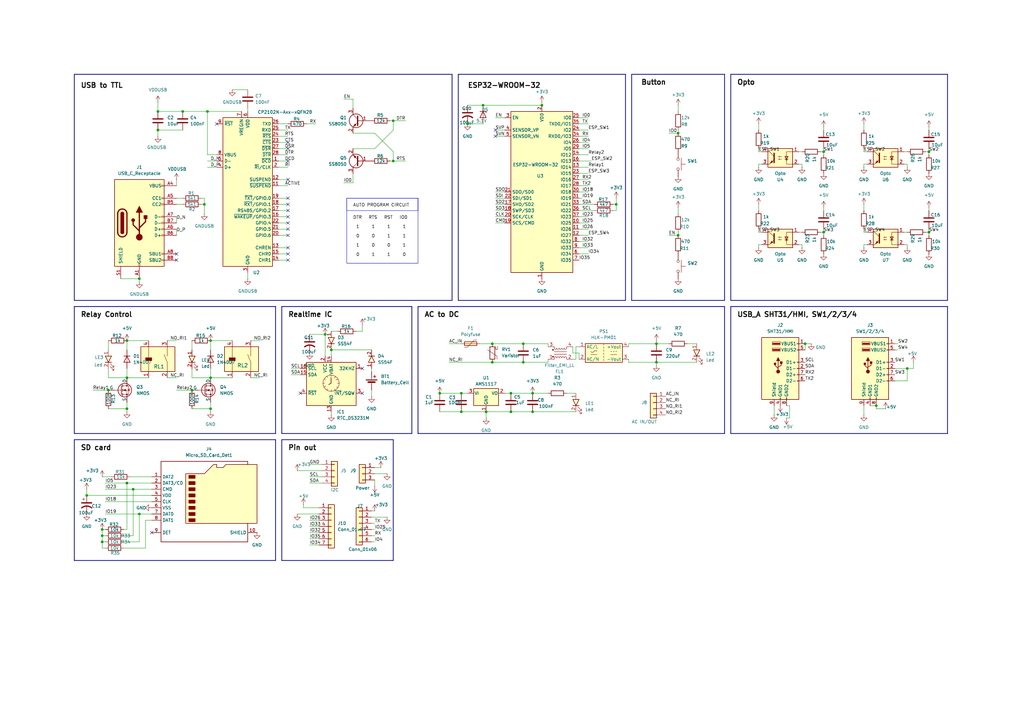
<source format=kicad_sch>
(kicad_sch (version 20231120) (generator "eeschema") (generator_version "8.0")
  (paper "A3")
  (title_block (title "Board Điều Khiển dùng ESP32") (date "2025-03-02") (company "Trương Ngọc Minh") (comment 1 "ngành kĩ thuật điện tử viễn thông"))
  (lib_symbols
    (symbol "AAIVS_SYMBOLS:AMS1117" (pin_names (offset 0.254))
      (property "Reference" "U" (at -3.81 3.175 0))
      (property "Value" "AMS1117" (at 0 3.175 0))
      (symbol "AMS1117_1_1"
        (pin power_in line (at 0 -7.62 90) (length 2.54) (name "GND") (number "1"))
        (pin power_out line (at 7.62 0 180) (length 2.54) (name "VO") (number "2"))
        (pin power_in line (at -7.62 0 0) (length 2.54) (name "VI") (number "3"))
      )
    )
    (symbol "AAIVS_SYMBOLS:Battery_Cell" (pin_numbers hide) (pin_names (offset 0) hide)
      (property "Reference" "BT" (at 2.54 2.54 0))
      (property "Value" "Battery_Cell" (at 2.54 0 0))
      (symbol "Battery_Cell_1_1"
        (pin passive line (at 0 5.08 270) (length 2.54) (name "+") (number "1"))
        (pin passive line (at 0 -2.54 90) (length 2.54) (name "-") (number "2"))
      )
    )
    (symbol "AAIVS_SYMBOLS:C" (pin_numbers hide) (pin_names (offset 0.254))
      (property "Reference" "C" (at 0.635 2.54 0))
      (property "Value" "C" (at 0.635 -2.54 0))
      (symbol "C_1_1"
        (pin passive line (at 0 3.81 270) (length 2.794) (name "~") (number "1"))
        (pin passive line (at 0 -3.81 90) (length 2.794) (name "~") (number "2"))
      )
    )
    (symbol "AAIVS_SYMBOLS:D_Diode"
      (property "Reference" "D" (at 0 2.54 0))
      (property "Value" "D_Diode" (at 0 -2.54 0))
      (symbol "D_Diode_1_1"
        (pin passive line (at 5.08 0 180) (length 2.54) (name "") (number "1"))
        (pin passive line (at -2.54 0 0) (length 2.54) (name "") (number "2"))
      )
    )
    (symbol "AAIVS_SYMBOLS:Filter_EMI_LL" (pin_names (offset 0.254) hide)
      (property "Reference" "FL" (at 0 4.445 0))
      (property "Value" "Filter_EMI_LL" (at 0 -4.445 0))
      (symbol "Filter_EMI_LL_1_1"
        (pin passive line (at -5.08 2.54 0) (length 2.54) (name "1") (number "1"))
        (pin passive line (at 5.08 2.54 180) (length 2.54) (name "2") (number "2"))
        (pin passive line (at -5.08 -2.54 0) (length 2.54) (name "3") (number "3"))
        (pin passive line (at 5.08 -2.54 180) (length 2.54) (name "4") (number "4"))
      )
    )
    (symbol "AAIVS_SYMBOLS:Led"
      (property "Reference" "LE" (at 0.508 -2.794 0))
      (property "Value" "Led" (at -0.254 2.794 0))
      (symbol "Led_1_1"
        (pin passive line (at 5.08 0 180) (length 2.54) (name "") (number "1"))
        (pin passive line (at -2.54 0 0) (length 2.54) (name "") (number "2"))
      )
    )
    (symbol "AAIVS_SYMBOLS:Micro_SD_Card_Det1"
      (property "Reference" "J" (at -16.51 17.78 0))
      (property "Value" "Micro_SD_Card_Det1" (at 16.51 17.78 0))
      (symbol "Micro_SD_Card_Det1_1_1"
        (pin bidirectional line (at -22.86 10.16 0) (length 3.81) (name "DAT2") (number "1"))
        (pin passive line (at 20.32 -12.7 180) (length 3.81) (name "SHIELD") (number "10"))
        (pin bidirectional line (at -22.86 7.62 0) (length 3.81) (name "DAT3/CD") (number "2"))
        (pin input line (at -22.86 5.08 0) (length 3.81) (name "CMD") (number "3"))
        (pin power_in line (at -22.86 2.54 0) (length 3.81) (name "VDD") (number "4"))
        (pin input line (at -22.86 0 0) (length 3.81) (name "CLK") (number "5"))
        (pin power_in line (at -22.86 -2.54 0) (length 3.81) (name "VSS") (number "6"))
        (pin bidirectional line (at -22.86 -5.08 0) (length 3.81) (name "DAT0") (number "7"))
        (pin bidirectional line (at -22.86 -7.62 0) (length 3.81) (name "DAT1") (number "8"))
        (pin passive line (at -22.86 -12.7 0) (length 3.81) (name "DET") (number "9"))
      )
    )
    (symbol "AAIVS_SYMBOLS:Minh_NMOS_1" (pin_numbers hide) (pin_names (offset 0))
      (property "Reference" "Q3" (at 6.35 1.2701 0))
      (property "Value" "NMOS" (at 6.35 -1.2699 0))
      (symbol "Minh_NMOS_1_1_1"
        (pin input line (at -5.08 0 0) (length 2.54) (name "G") (number "1"))
        (pin passive line (at 2.54 -5.08 90) (length 2.54) (name "S") (number "2"))
        (pin passive line (at 2.54 5.08 270) (length 2.54) (name "D") (number "3"))
      )
    )
    (symbol "AAIVS_SYMBOLS:Opto" (pin_names (offset 1.016))
      (property "Reference" "U" (at -5.08 6.35 0))
      (property "Value" "Opto" (at -5.08 -6.35 0))
      (symbol "Opto_1_1"
        (pin passive line (at -7.62 2.54 0) (length 2.54) (name "~") (number "1"))
        (pin passive line (at -7.62 -2.54 0) (length 2.54) (name "~") (number "2"))
        (pin passive line (at 7.62 -2.54 180) (length 2.54) (name "~") (number "3"))
        (pin passive line (at 7.62 2.54 180) (length 2.54) (name "~") (number "4"))
      )
    )
    (symbol "AAIVS_SYMBOLS:Polyfuse" (pin_numbers hide) (pin_names (offset 0))
      (property "Reference" "F" (at -2.54 0 90))
      (property "Value" "Polyfuse" (at 2.54 0 90))
      (symbol "Polyfuse_1_1"
        (pin passive line (at 0 3.81 270) (length 1.27) (name "~") (number "1"))
        (pin passive line (at 0 -3.81 90) (length 1.27) (name "~") (number "2"))
      )
    )
    (symbol "AAIVS_SYMBOLS:R" (pin_numbers hide) (pin_names (offset 0))
      (property "Reference" "R" (at 2.032 0 90))
      (property "Value" "R" (at 0 0 90))
      (symbol "R_1_1"
        (pin passive line (at 0 3.81 270) (length 1.27) (name "~") (number "1"))
        (pin passive line (at 0 -3.81 90) (length 1.27) (name "~") (number "2"))
      )
    )
    (symbol "AAIVS_SYMBOLS:RTC_DS3231M"
      (property "Reference" "IC" (at -7.62 8.89 0))
      (property "Value" "RTC_DS3231M" (at 6.985 -20.955 0))
      (symbol "RTC_DS3231M_1_1"
        (pin open_collector line (at 12.7 5.08 180) (length 2.54) (name "32KHZ") (number "1"))
        (pin passive line (at 0 -12.7 90) (length 2.54) hide (name "GND") (number "10"))
        (pin passive line (at 0 -12.7 90) (length 2.54) hide (name "GND") (number "11"))
        (pin passive line (at 0 -12.7 90) (length 2.54) hide (name "GND") (number "12"))
        (pin power_in line (at 0 -12.7 90) (length 2.54) (name "GND") (number "13"))
        (pin power_in line (at 0 10.16 270) (length 2.54) (name "VBAT") (number "14"))
        (pin bidirectional line (at -12.7 2.54 0) (length 2.54) (name "SDA") (number "15"))
        (pin input line (at -12.7 5.08 0) (length 2.54) (name "SCL") (number "16"))
        (pin power_in line (at -2.54 10.16 270) (length 2.54) (name "VCC") (number "2"))
        (pin open_collector line (at 12.7 -5.08 180) (length 2.54) (name "~{INT}/SQW") (number "3"))
        (pin bidirectional line (at -12.7 -5.08 0) (length 2.54) (name "~{RST}") (number "4"))
        (pin passive line (at 0 -12.7 90) (length 2.54) hide (name "GND") (number "5"))
        (pin passive line (at 0 -12.7 90) (length 2.54) hide (name "GND") (number "6"))
        (pin passive line (at 0 -12.7 90) (length 2.54) hide (name "GND") (number "7"))
        (pin passive line (at 0 -12.7 90) (length 2.54) hide (name "GND") (number "8"))
        (pin passive line (at 0 -12.7 90) (length 2.54) hide (name "GND") (number "9"))
      )
    )
    (symbol "AAIVS_SYMBOLS:Relay_G5NB-1A-E_DC5" (pin_names (offset 0.254) hide)
      (property "Reference" "RL?" (at 0 -15.24 0))
      (symbol "Relay_G5NB-1A-E_DC5_1_1"
        (pin power_in line (at 7.62 2.54 180) (length 2.54) (name "1") (number "1"))
        (pin passive line (at 7.62 -5.08 180) (length 2.54) (name "2") (number "2"))
        (pin passive line (at -7.62 -5.08 0) (length 2.54) (name "3") (number "3"))
        (pin power_in line (at -7.62 2.54 0) (length 2.54) (name "4") (number "4"))
      )
    )
    (symbol "AAIVS_SYMBOLS:USB_C_Receptacle" (pin_names (offset 1.016))
      (property "Reference" "J" (at -21.59 15.24 0))
      (property "Value" "USB_C_Receptacle" (at -12.7 10.16 0))
      (symbol "USB_C_Receptacle_1_1"
        (pin passive line (at 0 -22.86 90) (length 5.08) (name "GND") (number "A1"))
        (pin passive line (at 0 -22.86 90) (length 5.08) hide (name "GND") (number "A12"))
        (pin passive line (at 15.24 15.24 180) (length 5.08) (name "VBUS") (number "A4"))
        (pin bidirectional line (at 15.24 10.16 180) (length 5.08) (name "CC1") (number "A5"))
        (pin bidirectional line (at 15.24 -2.54 180) (length 5.08) (name "D+") (number "A6"))
        (pin bidirectional line (at 15.24 2.54 180) (length 5.08) (name "D-") (number "A7"))
        (pin bidirectional line (at 15.24 -12.7 180) (length 5.08) (name "SBU1") (number "A8"))
        (pin passive line (at 15.24 15.24 180) (length 5.08) hide (name "VBUS") (number "A9"))
        (pin passive line (at 0 -22.86 90) (length 5.08) hide (name "GND") (number "B1"))
        (pin passive line (at 0 -22.86 90) (length 5.08) hide (name "GND") (number "B12"))
        (pin passive line (at 15.24 15.24 180) (length 5.08) hide (name "VBUS") (number "B4"))
        (pin bidirectional line (at 15.24 7.62 180) (length 5.08) (name "CC2") (number "B5"))
        (pin bidirectional line (at 15.24 -5.08 180) (length 5.08) (name "D+") (number "B6"))
        (pin bidirectional line (at 15.24 0 180) (length 5.08) (name "D-") (number "B7"))
        (pin bidirectional line (at 15.24 -15.24 180) (length 5.08) (name "SBU2") (number "B8"))
        (pin passive line (at 15.24 15.24 180) (length 5.08) hide (name "VBUS") (number "B9"))
        (pin passive line (at -7.62 -22.86 90) (length 5.08) (name "SHIELD") (number "S1"))
      )
    )
    (symbol "AAIVS_SYMBOLS:Varistor" (pin_numbers hide) (pin_names (offset 0))
      (property "Reference" "RV" (at 3.175 0 90))
      (property "Value" "Varistor" (at -3.175 0 90))
      (symbol "Varistor_0_0"
        (text "U" (at -1.778 -2.032 0) (effects (font (size 1.27 1.27))))
      )
      (symbol "Varistor_1_1"
        (pin passive line (at 0 3.81 270) (length 1.27) (name "~") (number "1"))
        (pin passive line (at 0 -3.81 90) (length 1.27) (name "~") (number "2"))
      )
    )
    (symbol "Connector:USB_A_Stacked" (pin_names (offset 1.016))
      (property "Reference" "J" (at 0 15.875 0))
      (property "Value" "USB_A_Stacked" (at 0 13.97 0))
      (symbol "USB_A_Stacked_1_1"
        (pin power_in line (at 10.16 10.16 180) (length 2.54) (name "VBUS1") (number "1"))
        (pin bidirectional line (at 10.16 0 180) (length 2.54) (name "D1-") (number "2"))
        (pin bidirectional line (at 10.16 2.54 180) (length 2.54) (name "D1+") (number "3"))
        (pin power_in line (at 0 -15.24 90) (length 2.54) (name "GND1") (number "4"))
        (pin power_in line (at 10.16 7.62 180) (length 2.54) (name "VBUS2") (number "5"))
        (pin bidirectional line (at 10.16 -5.08 180) (length 2.54) (name "D2-") (number "6"))
        (pin bidirectional line (at 10.16 -2.54 180) (length 2.54) (name "D2+") (number "7"))
        (pin power_in line (at 2.54 -15.24 90) (length 2.54) (name "GND2") (number "8"))
        (pin passive line (at -2.54 -15.24 90) (length 2.54) (name "Shield") (number "9"))
      )
    )
    (symbol "Connector_Generic:Conn_01x03" (pin_names (offset 1.016) hide)
      (property "Reference" "J" (at 0 5.08 0))
      (property "Value" "Conn_01x03" (at 0 -5.08 0))
      (symbol "Conn_01x03_1_1"
        (pin passive line (at -5.08 2.54 0) (length 3.81) (name "Pin_1") (number "1"))
        (pin passive line (at -5.08 0 0) (length 3.81) (name "Pin_2") (number "2"))
        (pin passive line (at -5.08 -2.54 0) (length 3.81) (name "Pin_3") (number "3"))
      )
    )
    (symbol "Connector_Generic:Conn_01x04" (pin_names (offset 1.016) hide)
      (property "Reference" "J" (at 0 5.08 0))
      (property "Value" "Conn_01x04" (at 0 -7.62 0))
      (symbol "Conn_01x04_1_1"
        (pin passive line (at -5.08 2.54 0) (length 3.81) (name "Pin_1") (number "1"))
        (pin passive line (at -5.08 0 0) (length 3.81) (name "Pin_2") (number "2"))
        (pin passive line (at -5.08 -2.54 0) (length 3.81) (name "Pin_3") (number "3"))
        (pin passive line (at -5.08 -5.08 0) (length 3.81) (name "Pin_4") (number "4"))
      )
    )
    (symbol "Connector_Generic:Conn_01x06" (pin_names (offset 1.016) hide)
      (property "Reference" "J" (at 0 7.62 0))
      (property "Value" "Conn_01x06" (at 0 -10.16 0))
      (symbol "Conn_01x06_1_1"
        (pin passive line (at -5.08 5.08 0) (length 3.81) (name "Pin_1") (number "1"))
        (pin passive line (at -5.08 2.54 0) (length 3.81) (name "Pin_2") (number "2"))
        (pin passive line (at -5.08 0 0) (length 3.81) (name "Pin_3") (number "3"))
        (pin passive line (at -5.08 -2.54 0) (length 3.81) (name "Pin_4") (number "4"))
        (pin passive line (at -5.08 -5.08 0) (length 3.81) (name "Pin_5") (number "5"))
        (pin passive line (at -5.08 -7.62 0) (length 3.81) (name "Pin_6") (number "6"))
      )
    )
    (symbol "Connector_Generic:Conn_01x07" (pin_names (offset 1.016) hide)
      (property "Reference" "J" (at 0 10.16 0))
      (property "Value" "Conn_01x07" (at 0 -10.16 0))
      (symbol "Conn_01x07_1_1"
        (pin passive line (at -5.08 7.62 0) (length 3.81) (name "Pin_1") (number "1"))
        (pin passive line (at -5.08 5.08 0) (length 3.81) (name "Pin_2") (number "2"))
        (pin passive line (at -5.08 2.54 0) (length 3.81) (name "Pin_3") (number "3"))
        (pin passive line (at -5.08 0 0) (length 3.81) (name "Pin_4") (number "4"))
        (pin passive line (at -5.08 -2.54 0) (length 3.81) (name "Pin_5") (number "5"))
        (pin passive line (at -5.08 -5.08 0) (length 3.81) (name "Pin_6") (number "6"))
        (pin passive line (at -5.08 -7.62 0) (length 3.81) (name "Pin_7") (number "7"))
      )
    )
    (symbol "Converter_ACDC:HLK-PM01"
      (property "Reference" "PS" (at 0 5.08 0))
      (property "Value" "HLK-PM01" (at 0 -5.08 0))
      (symbol "HLK-PM01_1_1"
        (pin power_in line (at -10.16 2.54 0) (length 2.54) (name "AC/L") (number "1"))
        (pin power_in line (at -10.16 -2.54 0) (length 2.54) (name "AC/N") (number "2"))
        (pin power_out line (at 10.16 -2.54 180) (length 2.54) (name "-Vout") (number "3"))
        (pin power_out line (at 10.16 2.54 180) (length 2.54) (name "+Vout") (number "4"))
      )
    )
    (symbol "Device:C" (pin_numbers hide) (pin_names (offset 0.254))
      (property "Reference" "C" (at 0.635 2.54 0))
      (property "Value" "C" (at 0.635 -2.54 0))
      (symbol "C_1_1"
        (pin passive line (at 0 3.81 270) (length 2.794) (name "~") (number "1"))
        (pin passive line (at 0 -3.81 90) (length 2.794) (name "~") (number "2"))
      )
    )
    (symbol "Device:C_Polarized_US" (pin_numbers hide) (pin_names (offset 0.254) hide)
      (property "Reference" "C" (at 0.635 2.54 0))
      (property "Value" "C_Polarized_US" (at 0.635 -2.54 0))
      (symbol "C_Polarized_US_1_1"
        (pin passive line (at 0 3.81 270) (length 2.794) (name "~") (number "1"))
        (pin passive line (at 0 -3.81 90) (length 3.302) (name "~") (number "2"))
      )
    )
    (symbol "Device:D_Zener" (pin_numbers hide) (pin_names (offset 1.016) hide)
      (property "Reference" "D" (at 0 2.54 0))
      (property "Value" "D_Zener" (at 0 -2.54 0))
      (symbol "D_Zener_1_1"
        (pin passive line (at -3.81 0 0) (length 2.54) (name "K") (number "1"))
        (pin passive line (at 3.81 0 180) (length 2.54) (name "A") (number "2"))
      )
    )
    (symbol "Device:R" (pin_numbers hide) (pin_names (offset 0))
      (property "Reference" "R" (at 2.032 0 90))
      (property "Value" "R" (at 0 0 90))
      (symbol "R_1_1"
        (pin passive line (at 0 3.81 270) (length 1.27) (name "~") (number "1"))
        (pin passive line (at 0 -3.81 90) (length 1.27) (name "~") (number "2"))
      )
    )
    (symbol "Diode:1N4007" (pin_numbers hide) (pin_names hide)
      (property "Reference" "D" (at 0 2.54 0))
      (property "Value" "1N4007" (at 0 -2.54 0))
      (symbol "1N4007_1_1"
        (pin passive line (at -3.81 0 0) (length 2.54) (name "K") (number "1"))
        (pin passive line (at 3.81 0 180) (length 2.54) (name "A") (number "2"))
      )
    )
    (symbol "Interface_USB:CP2102N-Axx-xQFN28"
      (property "Reference" "U" (at -8.89 31.75 0))
      (property "Value" "CP2102N-Axx-xQFN28" (at 12.7 31.75 0))
      (symbol "CP2102N-Axx-xQFN28_1_1"
        (pin input line (at 12.7 12.7 180) (length 2.54) (name "~{DCD}") (number "1"))
        (pin no_connect line (at -10.16 -27.94 0) (length 2.54) hide (name "NC") (number "10"))
        (pin output line (at 12.7 2.54 180) (length 2.54) (name "~{SUSPEND}") (number "11"))
        (pin output line (at 12.7 5.08 180) (length 2.54) (name "SUSPEND") (number "12"))
        (pin output line (at 12.7 -22.86 180) (length 2.54) (name "CHREN") (number "13"))
        (pin output line (at 12.7 -27.94 180) (length 2.54) (name "CHR1") (number "14"))
        (pin output line (at 12.7 -25.4 180) (length 2.54) (name "CHR0") (number "15"))
        (pin bidirectional line (at 12.7 -10.16 180) (length 2.54) (name "~{WAKEUP}/GPIO.3") (number "16"))
        (pin bidirectional line (at 12.7 -7.62 180) (length 2.54) (name "RS485/GPIO.2") (number "17"))
        (pin bidirectional line (at 12.7 -5.08 180) (length 2.54) (name "~{RXT}/GPIO.1") (number "18"))
        (pin bidirectional line (at 12.7 -2.54 180) (length 2.54) (name "~{TXT}/GPIO.0") (number "19"))
        (pin bidirectional line (at 12.7 10.16 180) (length 2.54) (name "~{RI}/CLK") (number "2"))
        (pin bidirectional line (at 12.7 -17.78 180) (length 2.54) (name "GPIO.6") (number "20"))
        (pin bidirectional line (at 12.7 -15.24 180) (length 2.54) (name "GPIO.5") (number "21"))
        (pin bidirectional line (at 12.7 -12.7 180) (length 2.54) (name "GPIO.4") (number "22"))
        (pin input line (at 12.7 20.32 180) (length 2.54) (name "~{CTS}") (number "23"))
        (pin output line (at 12.7 22.86 180) (length 2.54) (name "~{RTS}") (number "24"))
        (pin input line (at 12.7 25.4 180) (length 2.54) (name "RXD") (number "25"))
        (pin output line (at 12.7 27.94 180) (length 2.54) (name "TXD") (number "26"))
        (pin input line (at 12.7 17.78 180) (length 2.54) (name "~{DSR}") (number "27"))
        (pin output line (at 12.7 15.24 180) (length 2.54) (name "~{DTR}") (number "28"))
        (pin passive line (at 0 -33.02 90) (length 2.54) hide (name "GND") (number "29"))
        (pin power_in line (at 0 -33.02 90) (length 2.54) (name "GND") (number "3"))
        (pin bidirectional line (at -12.7 10.16 0) (length 2.54) (name "D+") (number "4"))
        (pin bidirectional line (at -12.7 12.7 0) (length 2.54) (name "D-") (number "5"))
        (pin power_in line (at 0 33.02 270) (length 2.54) (name "VDD") (number "6"))
        (pin power_in line (at -2.54 33.02 270) (length 2.54) (name "VREGIN") (number "7"))
        (pin input line (at -12.7 15.24 0) (length 2.54) (name "VBUS") (number "8"))
        (pin input line (at -12.7 27.94 0) (length 2.54) (name "~{RST}") (number "9"))
      )
    )
    (symbol "Minh_NMOS_1_1" (pin_numbers hide) (pin_names (offset 0))
      (property "Reference" "Q3" (at 6.35 1.2701 0))
      (property "Value" "NMOS" (at 6.35 -1.2699 0))
      (symbol "Minh_NMOS_1_1_1_1"
        (pin input line (at -5.08 0 0) (length 2.54) (name "G") (number "1"))
        (pin passive line (at 2.54 -5.08 90) (length 2.54) (name "S") (number "2"))
        (pin passive line (at 2.54 5.08 270) (length 2.54) (name "D") (number "3"))
      )
    )
    (symbol "RF_Module:ESP32-WROOM-32"
      (property "Reference" "U" (at -12.7 34.29 0))
      (property "Value" "ESP32-WROOM-32" (at 1.27 34.29 0))
      (symbol "ESP32-WROOM-32_1_1"
        (pin power_in line (at 0 -35.56 90) (length 2.54) (name "GND") (number "1"))
        (pin bidirectional line (at 15.24 -12.7 180) (length 2.54) (name "IO25") (number "10"))
        (pin bidirectional line (at 15.24 -15.24 180) (length 2.54) (name "IO26") (number "11"))
        (pin bidirectional line (at 15.24 -17.78 180) (length 2.54) (name "IO27") (number "12"))
        (pin bidirectional line (at 15.24 10.16 180) (length 2.54) (name "IO14") (number "13"))
        (pin bidirectional line (at 15.24 15.24 180) (length 2.54) (name "IO12") (number "14"))
        (pin passive line (at 0 -35.56 90) (length 2.54) hide (name "GND") (number "15"))
        (pin bidirectional line (at 15.24 12.7 180) (length 2.54) (name "IO13") (number "16"))
        (pin bidirectional line (at -15.24 -5.08 0) (length 2.54) (name "SHD/SD2") (number "17"))
        (pin bidirectional line (at -15.24 -7.62 0) (length 2.54) (name "SWP/SD3") (number "18"))
        (pin bidirectional line (at -15.24 -12.7 0) (length 2.54) (name "SCS/CMD") (number "19"))
        (pin power_in line (at 0 35.56 270) (length 2.54) (name "VDD") (number "2"))
        (pin bidirectional line (at -15.24 -10.16 0) (length 2.54) (name "SCK/CLK") (number "20"))
        (pin bidirectional line (at -15.24 0 0) (length 2.54) (name "SDO/SD0") (number "21"))
        (pin bidirectional line (at -15.24 -2.54 0) (length 2.54) (name "SDI/SD1") (number "22"))
        (pin bidirectional line (at 15.24 7.62 180) (length 2.54) (name "IO15") (number "23"))
        (pin bidirectional line (at 15.24 25.4 180) (length 2.54) (name "IO2") (number "24"))
        (pin bidirectional line (at 15.24 30.48 180) (length 2.54) (name "IO0") (number "25"))
        (pin bidirectional line (at 15.24 20.32 180) (length 2.54) (name "IO4") (number "26"))
        (pin bidirectional line (at 15.24 5.08 180) (length 2.54) (name "IO16") (number "27"))
        (pin bidirectional line (at 15.24 2.54 180) (length 2.54) (name "IO17") (number "28"))
        (pin bidirectional line (at 15.24 17.78 180) (length 2.54) (name "IO5") (number "29"))
        (pin input line (at -15.24 30.48 0) (length 2.54) (name "EN") (number "3"))
        (pin bidirectional line (at 15.24 0 180) (length 2.54) (name "IO18") (number "30"))
        (pin bidirectional line (at 15.24 -2.54 180) (length 2.54) (name "IO19") (number "31"))
        (pin no_connect line (at -12.7 -27.94 0) (length 2.54) hide (name "NC") (number "32"))
        (pin bidirectional line (at 15.24 -5.08 180) (length 2.54) (name "IO21") (number "33"))
        (pin bidirectional line (at 15.24 22.86 180) (length 2.54) (name "RXD0/IO3") (number "34"))
        (pin bidirectional line (at 15.24 27.94 180) (length 2.54) (name "TXD0/IO1") (number "35"))
        (pin bidirectional line (at 15.24 -7.62 180) (length 2.54) (name "IO22") (number "36"))
        (pin bidirectional line (at 15.24 -10.16 180) (length 2.54) (name "IO23") (number "37"))
        (pin passive line (at 0 -35.56 90) (length 2.54) hide (name "GND") (number "38"))
        (pin passive line (at 0 -35.56 90) (length 2.54) hide (name "GND") (number "39"))
        (pin input line (at -15.24 25.4 0) (length 2.54) (name "SENSOR_VP") (number "4"))
        (pin input line (at -15.24 22.86 0) (length 2.54) (name "SENSOR_VN") (number "5"))
        (pin input line (at 15.24 -25.4 180) (length 2.54) (name "IO34") (number "6"))
        (pin input line (at 15.24 -27.94 180) (length 2.54) (name "IO35") (number "7"))
        (pin bidirectional line (at 15.24 -20.32 180) (length 2.54) (name "IO32") (number "8"))
        (pin bidirectional line (at 15.24 -22.86 180) (length 2.54) (name "IO33") (number "9"))
      )
    )
    (symbol "Switch:SW_Push" (pin_numbers hide) (pin_names (offset 1.016) hide)
      (property "Reference" "SW" (at 1.27 2.54 0))
      (property "Value" "SW_Push" (at 0 -1.524 0))
      (symbol "SW_Push_0_1"
        (pin passive line (at -5.08 0 0) (length 2.54) (name "1") (number "1"))
        (pin passive line (at 5.08 0 180) (length 2.54) (name "2") (number "2"))
      )
    )
    (symbol "Transistor_BJT:SS8050" (pin_names (offset 0) hide)
      (property "Reference" "Q" (at 5.08 1.905 0))
      (property "Value" "SS8050" (at 5.08 0 0))
      (symbol "SS8050_1_1"
        (pin input line (at -5.08 0 0) (length 5.715) (name "B") (number "1"))
        (pin passive line (at 2.54 -5.08 90) (length 2.54) (name "E") (number "2"))
        (pin passive line (at 2.54 5.08 270) (length 2.54) (name "C") (number "3"))
      )
    )
    (symbol "power:+3V3" (power) (pin_numbers hide) (pin_names (offset 0) hide)
      (property "Value" "+3V3" (at 0 3.556 0))
      (symbol "+3V3_1_1"
        (pin power_in line (at 0 0 90) (length 0) (name "~") (number "1"))
      )
    )
    (symbol "power:+5V" (power) (pin_numbers hide) (pin_names (offset 0) hide)
      (property "Value" "+5V" (at 0 3.556 0))
      (symbol "+5V_1_1"
        (pin power_in line (at 0 0 90) (length 0) (name "~") (number "1"))
      )
    )
    (symbol "power:GND" (power) (pin_numbers hide) (pin_names (offset 0) hide)
      (property "Value" "GND" (at 0 -3.81 0))
      (symbol "GND_1_1"
        (pin power_in line (at 0 0 270) (length 0) (name "~") (number "1"))
      )
    )
    (symbol "power:VDD" (power) (pin_numbers hide) (pin_names (offset 0) hide)
      (property "Value" "VDD" (at 0 3.556 0))
      (symbol "VDD_1_1"
        (pin power_in line (at 0 0 90) (length 0) (name "~") (number "1"))
      )
    )
  )
  (junction (at 64.77 45.72))
  (junction (at 161.29 49.53))
  (junction (at 222.25 43.18))
  (junction (at 189.23 168.91))
  (junction (at 133.35 137.16))
  (junction (at 218.44 168.91))
  (junction (at 135.89 143.51))
  (junction (at 64.77 53.34))
  (junction (at 83.82 83.82))
  (junction (at 189.23 161.29))
  (junction (at 198.12 43.18))
  (junction (at 180.34 161.29))
  (junction (at 330.2 140.97))
  (junction (at 57.15 210.82))
  (junction (at 161.29 66.04))
  (junction (at 214.63 148.59))
  (junction (at 201.93 140.97))
  (junction (at 57.15 114.3))
  (junction (at 86.36 154.94))
  (junction (at 52.07 167.64))
  (junction (at 278.13 96.52))
  (junction (at 381 62.23))
  (junction (at 41.91 222.25))
  (junction (at 381 95.25))
  (junction (at 201.93 148.59))
  (junction (at 214.63 140.97))
  (junction (at 218.44 161.29))
  (junction (at 252.73 83.82))
  (junction (at 35.56 203.2))
  (junction (at 54.61 200.66))
  (junction (at 44.45 160.02))
  (junction (at 209.55 161.29))
  (junction (at 269.24 140.97))
  (junction (at 74.93 45.72))
  (junction (at 278.13 54.61))
  (junction (at 199.39 168.91))
  (junction (at 209.55 168.91))
  (junction (at 269.24 148.59))
  (junction (at 191.77 50.8))
  (junction (at 41.91 219.71))
  (junction (at 359.41 166.37))
  (junction (at 337.82 62.23))
  (junction (at 86.36 167.64))
  (junction (at 78.74 160.02))
  (junction (at 41.91 217.17))
  (junction (at 372.11 151.13))
  (junction (at 86.36 139.7))
  (junction (at 85.09 45.72))
  (junction (at 52.07 154.94))
  (junction (at 337.82 95.25))
  (junction (at 52.07 139.7))
  (junction (at 52.07 198.12))
  (no_connect (at 118.11 66.04))
  (no_connect (at 118.11 81.28))
  (no_connect (at 118.11 86.36))
  (no_connect (at 118.11 101.6))
  (no_connect (at 148.59 151.13))
  (no_connect (at 203.2 55.88))
  (no_connect (at 88.9 50.8))
  (no_connect (at 118.11 60.96))
  (no_connect (at 123.19 161.29))
  (no_connect (at 118.11 93.98))
  (no_connect (at 118.11 83.82))
  (no_connect (at 203.2 53.34))
  (no_connect (at 118.11 58.42))
  (no_connect (at 118.11 88.9))
  (no_connect (at 118.11 106.68))
  (no_connect (at 62.23 218.44))
  (no_connect (at 118.11 96.52))
  (no_connect (at 72.39 104.14))
  (no_connect (at 118.11 91.44))
  (no_connect (at 72.39 106.68))
  (no_connect (at 118.11 104.14))
  (no_connect (at 148.59 161.29))
  (no_connect (at 118.11 73.66))
  (wire (pts (xy 85.09 45.72) (xy 99.06 45.72)))
  (bus (pts (xy 187.96 30.48) (xy 187.96 123.19)))
  (bus (pts (xy 115.57 125.73) (xy 115.57 177.8)))
  (wire (pts (xy 257.81 148.59) (xy 269.24 148.59)))
  (wire (pts (xy 152.4 212.09) (xy 158.75 212.09)))
  (wire (pts (xy 161.29 49.53) (xy 161.29 53.34)))
  (wire (pts (xy 237.49 93.98) (xy 241.3 93.98)))
  (wire (pts (xy 372.11 151.13) (xy 372.11 156.21)))
  (wire (pts (xy 152.4 160.02) (xy 152.4 162.56)))
  (bus (pts (xy 161.29 229.87) (xy 161.29 180.34)))
  (wire (pts (xy 328.93 62.23) (xy 327.66 62.23)))
  (wire (pts (xy 337.82 95.25) (xy 337.82 96.52)))
  (wire (pts (xy 189.23 168.91) (xy 199.39 168.91)))
  (wire (pts (xy 269.24 148.59) (xy 285.75 148.59)))
  (wire (pts (xy 234.95 144.78) (xy 237.49 144.78)))
  (wire (pts (xy 41.91 219.71) (xy 43.18 219.71)))
  (wire (pts (xy 328.93 67.31) (xy 328.93 68.58)))
  (wire (pts (xy 52.07 165.1) (xy 52.07 167.64)))
  (wire (pts (xy 257.81 140.97) (xy 269.24 140.97)))
  (wire (pts (xy 83.82 83.82) (xy 82.55 83.82)))
  (wire (pts (xy 317.5 166.37) (xy 317.5 170.18)))
  (wire (pts (xy 130.81 220.98) (xy 127 220.98)))
  (wire (pts (xy 237.49 91.44) (xy 241.3 91.44)))
  (wire (pts (xy 198.12 43.18) (xy 222.25 43.18)))
  (wire (pts (xy 52.07 139.7) (xy 60.96 139.7)))
  (wire (pts (xy 199.39 168.91) (xy 209.55 168.91)))
  (bus (pts (xy 30.48 30.48) (xy 185.42 30.48)))
  (wire (pts (xy 57.15 114.3) (xy 57.15 115.57)))
  (wire (pts (xy 114.3 60.96) (xy 118.11 60.96)))
  (wire (pts (xy 237.49 50.8) (xy 241.3 50.8)))
  (wire (pts (xy 354.33 101.6) (xy 354.33 100.33)))
  (wire (pts (xy 153.67 196.85) (xy 153.67 199.39)))
  (wire (pts (xy 337.82 93.98) (xy 337.82 95.25)))
  (wire (pts (xy 130.81 218.44) (xy 127 218.44)))
  (wire (pts (xy 50.8 222.25) (xy 57.15 222.25)))
  (bus (pts (xy 30.48 177.8) (xy 113.03 177.8)))
  (wire (pts (xy 336.55 62.23) (xy 337.82 62.23)))
  (wire (pts (xy 354.33 62.23) (xy 354.33 60.96)))
  (wire (pts (xy 160.02 66.04) (xy 161.29 66.04)))
  (bus (pts (xy 113.03 229.87) (xy 113.03 180.34)))
  (wire (pts (xy 64.77 45.72) (xy 74.93 45.72)))
  (wire (pts (xy 180.34 161.29) (xy 189.23 161.29)))
  (wire (pts (xy 381 52.07) (xy 381 53.34)))
  (wire (pts (xy 43.18 198.12) (xy 52.07 198.12)))
  (wire (pts (xy 354.33 67.31) (xy 355.6 67.31)))
  (wire (pts (xy 144.78 44.45) (xy 144.78 40.64)))
  (wire (pts (xy 41.91 219.71) (xy 41.91 222.25)))
  (wire (pts (xy 160.02 49.53) (xy 161.29 49.53)))
  (wire (pts (xy 201.93 140.97) (xy 214.63 140.97)))
  (wire (pts (xy 146.05 135.89) (xy 148.59 135.89)))
  (wire (pts (xy 322.58 171.45) (xy 323.85 171.45)))
  (wire (pts (xy 114.3 91.44) (xy 118.11 91.44)))
  (wire (pts (xy 337.82 85.09) (xy 337.82 86.36)))
  (wire (pts (xy 140.97 40.64) (xy 144.78 40.64)))
  (wire (pts (xy 184.15 140.97) (xy 189.23 140.97)))
  (wire (pts (xy 180.34 168.91) (xy 189.23 168.91)))
  (wire (pts (xy 214.63 140.97) (xy 224.79 140.97)))
  (wire (pts (xy 355.6 95.25) (xy 354.33 95.25)))
  (wire (pts (xy 207.01 161.29) (xy 209.55 161.29)))
  (wire (pts (xy 152.4 209.55) (xy 153.67 209.55)))
  (wire (pts (xy 209.55 168.91) (xy 218.44 168.91)))
  (wire (pts (xy 148.59 135.89) (xy 148.59 133.35)))
  (wire (pts (xy 72.39 81.28) (xy 74.93 81.28)))
  (wire (pts (xy 95.25 36.83) (xy 101.6 36.83)))
  (wire (pts (xy 381 62.23) (xy 381 63.5)))
  (wire (pts (xy 328.93 95.25) (xy 327.66 95.25)))
  (wire (pts (xy 43.18 205.74) (xy 62.23 205.74)))
  (wire (pts (xy 135.89 168.91) (xy 135.89 170.18)))
  (wire (pts (xy 196.85 140.97) (xy 201.93 140.97)))
  (wire (pts (xy 64.77 53.34) (xy 64.77 55.88)))
  (wire (pts (xy 374.65 151.13) (xy 372.11 151.13)))
  (wire (pts (xy 114.3 86.36) (xy 118.11 86.36)))
  (wire (pts (xy 274.32 54.61) (xy 278.13 54.61)))
  (wire (pts (xy 367.03 151.13) (xy 372.11 151.13)))
  (wire (pts (xy 367.03 156.21) (xy 372.11 156.21)))
  (wire (pts (xy 86.36 139.7) (xy 95.25 139.7)))
  (wire (pts (xy 130.81 215.9) (xy 127 215.9)))
  (wire (pts (xy 153.67 54.61) (xy 161.29 62.23)))
  (wire (pts (xy 144.78 60.96) (xy 153.67 60.96)))
  (wire (pts (xy 52.07 154.94) (xy 60.96 154.94)))
  (wire (pts (xy 237.49 101.6) (xy 241.3 101.6)))
  (wire (pts (xy 379.73 95.25) (xy 381 95.25)))
  (wire (pts (xy 152.4 217.17) (xy 153.67 217.17)))
  (wire (pts (xy 152.4 151.13) (xy 152.4 152.4)))
  (wire (pts (xy 323.85 171.45) (xy 323.85 166.37)))
  (wire (pts (xy 242.57 66.04) (xy 237.49 66.04)))
  (wire (pts (xy 241.3 96.52) (xy 237.49 96.52)))
  (wire (pts (xy 85.09 45.72) (xy 85.09 63.5)))
  (wire (pts (xy 203.2 53.34) (xy 207.01 53.34)))
  (wire (pts (xy 54.61 200.66) (xy 62.23 200.66)))
  (wire (pts (xy 237.49 68.58) (xy 241.3 68.58)))
  (wire (pts (xy 354.33 166.37) (xy 354.33 170.18)))
  (wire (pts (xy 330.2 140.97) (xy 330.2 143.51)))
  (wire (pts (xy 72.39 73.66) (xy 72.39 76.2)))
  (wire (pts (xy 354.33 100.33) (xy 355.6 100.33)))
  (bus (pts (xy 256.54 123.19) (xy 256.54 30.48)))
  (wire (pts (xy 191.77 43.18) (xy 198.12 43.18)))
  (wire (pts (xy 189.23 161.29) (xy 191.77 161.29)))
  (wire (pts (xy 130.81 213.36) (xy 127 213.36)))
  (bus (pts (xy 115.57 180.34) (xy 115.57 229.87)))
  (wire (pts (xy 237.49 88.9) (xy 241.3 88.9)))
  (wire (pts (xy 330.2 140.97) (xy 332.74 140.97)))
  (bus (pts (xy 185.42 30.48) (xy 185.42 123.19)))
  (wire (pts (xy 257.81 147.32) (xy 257.81 148.59)))
  (wire (pts (xy 355.6 62.23) (xy 354.33 62.23)))
  (wire (pts (xy 381 60.96) (xy 381 62.23)))
  (wire (pts (xy 278.13 53.34) (xy 278.13 54.61)))
  (bus (pts (xy 297.18 123.19) (xy 297.18 30.48)))
  (wire (pts (xy 53.34 195.58) (xy 62.23 195.58)))
  (wire (pts (xy 41.91 195.58) (xy 45.72 195.58)))
  (wire (pts (xy 114.3 96.52) (xy 118.11 96.52)))
  (wire (pts (xy 102.87 139.7) (xy 106.68 139.7)))
  (wire (pts (xy 124.46 208.28) (xy 124.46 207.01)))
  (wire (pts (xy 38.1 160.02) (xy 44.45 160.02)))
  (wire (pts (xy 101.6 111.76) (xy 101.6 114.3)))
  (wire (pts (xy 121.92 210.82) (xy 130.81 210.82)))
  (wire (pts (xy 72.39 93.98) (xy 72.39 96.52)))
  (wire (pts (xy 114.3 73.66) (xy 118.11 73.66)))
  (wire (pts (xy 35.56 200.66) (xy 35.56 203.2)))
  (wire (pts (xy 85.09 63.5) (xy 88.9 63.5)))
  (wire (pts (xy 127 195.58) (xy 132.08 195.58)))
  (wire (pts (xy 184.15 148.59) (xy 201.93 148.59)))
  (wire (pts (xy 50.8 217.17) (xy 52.07 217.17)))
  (wire (pts (xy 43.18 210.82) (xy 57.15 210.82)))
  (wire (pts (xy 236.22 147.32) (xy 236.22 142.24)))
  (bus (pts (xy 297.18 125.73) (xy 297.18 177.8)))
  (wire (pts (xy 52.07 139.7) (xy 52.07 143.51)))
  (wire (pts (xy 44.45 154.94) (xy 52.07 154.94)))
  (wire (pts (xy 381 95.25) (xy 381 96.52)))
  (wire (pts (xy 153.67 191.77) (xy 156.21 191.77)))
  (wire (pts (xy 114.3 66.04) (xy 118.11 66.04)))
  (bus (pts (xy 299.72 123.19) (xy 388.62 123.19)))
  (bus (pts (xy 30.48 125.73) (xy 30.48 177.8)))
  (wire (pts (xy 372.11 100.33) (xy 372.11 101.6)))
  (wire (pts (xy 323.85 166.37) (xy 322.58 166.37)))
  (wire (pts (xy 153.67 194.31) (xy 158.75 194.31)))
  (wire (pts (xy 203.2 78.74) (xy 207.01 78.74)))
  (wire (pts (xy 161.29 49.53) (xy 166.37 49.53)))
  (wire (pts (xy 354.33 68.58) (xy 354.33 67.31)))
  (wire (pts (xy 153.67 60.96) (xy 161.29 53.34)))
  (wire (pts (xy 144.78 71.12) (xy 144.78 74.93)))
  (wire (pts (xy 237.49 58.42) (xy 241.3 58.42)))
  (wire (pts (xy 203.2 88.9) (xy 207.01 88.9)))
  (wire (pts (xy 41.91 217.17) (xy 41.91 219.71)))
  (wire (pts (xy 125.73 50.8) (xy 129.54 50.8)))
  (wire (pts (xy 191.77 50.8) (xy 198.12 50.8)))
  (wire (pts (xy 363.22 167.64) (xy 359.41 167.64)))
  (wire (pts (xy 203.2 81.28) (xy 207.01 81.28)))
  (wire (pts (xy 367.03 140.97) (xy 368.3 140.97)))
  (wire (pts (xy 50.8 224.79) (xy 59.69 224.79)))
  (wire (pts (xy 86.36 139.7) (xy 86.36 143.51)))
  (wire (pts (xy 127 198.12) (xy 132.08 198.12)))
  (bus (pts (xy 388.62 123.19) (xy 388.62 30.48)))
  (wire (pts (xy 68.58 139.7) (xy 72.39 139.7)))
  (wire (pts (xy 83.82 81.28) (xy 83.82 83.82)))
  (wire (pts (xy 114.3 53.34) (xy 118.11 53.34)))
  (wire (pts (xy 50.8 219.71) (xy 54.61 219.71)))
  (wire (pts (xy 269.24 140.97) (xy 274.32 140.97)))
  (wire (pts (xy 251.46 83.82) (xy 252.73 83.82)))
  (wire (pts (xy 237.49 60.96) (xy 241.3 60.96)))
  (bus (pts (xy 299.72 125.73) (xy 299.72 177.8)))
  (wire (pts (xy 72.39 88.9) (xy 72.39 91.44)))
  (wire (pts (xy 281.94 140.97) (xy 285.75 140.97)))
  (wire (pts (xy 161.29 62.23) (xy 161.29 66.04)))
  (wire (pts (xy 140.97 74.93) (xy 144.78 74.93)))
  (wire (pts (xy 209.55 161.29) (xy 218.44 161.29)))
  (wire (pts (xy 114.3 63.5) (xy 118.11 63.5)))
  (bus (pts (xy 259.08 123.19) (xy 297.18 123.19)))
  (bus (pts (xy 30.48 180.34) (xy 113.03 180.34)))
  (wire (pts (xy 327.66 100.33) (xy 328.93 100.33)))
  (wire (pts (xy 57.15 210.82) (xy 62.23 210.82)))
  (wire (pts (xy 68.58 154.94) (xy 72.39 154.94)))
  (wire (pts (xy 114.3 55.88) (xy 118.11 55.88)))
  (wire (pts (xy 381 93.98) (xy 381 95.25)))
  (wire (pts (xy 64.77 41.91) (xy 64.77 45.72)))
  (wire (pts (xy 114.3 93.98) (xy 118.11 93.98)))
  (wire (pts (xy 114.3 104.14) (xy 118.11 104.14)))
  (wire (pts (xy 337.82 62.23) (xy 337.82 63.5)))
  (wire (pts (xy 52.07 167.64) (xy 52.07 168.91)))
  (wire (pts (xy 274.32 96.52) (xy 278.13 96.52)))
  (wire (pts (xy 381 85.09) (xy 381 86.36)))
  (wire (pts (xy 354.33 50.8) (xy 354.33 53.34)))
  (wire (pts (xy 64.77 53.34) (xy 74.93 53.34)))
  (wire (pts (xy 86.36 154.94) (xy 95.25 154.94)))
  (bus (pts (xy 299.72 30.48) (xy 299.72 123.19)))
  (wire (pts (xy 133.35 137.16) (xy 133.35 146.05)))
  (bus (pts (xy 297.18 177.8) (xy 171.45 177.8)))
  (wire (pts (xy 114.3 83.82) (xy 118.11 83.82)))
  (wire (pts (xy 152.4 214.63) (xy 153.67 214.63)))
  (wire (pts (xy 130.81 208.28) (xy 124.46 208.28)))
  (wire (pts (xy 127 190.5) (xy 132.08 190.5)))
  (wire (pts (xy 356.87 166.37) (xy 359.41 166.37)))
  (wire (pts (xy 312.42 62.23) (xy 311.15 62.23)))
  (wire (pts (xy 52.07 217.17) (xy 52.07 198.12)))
  (wire (pts (xy 370.84 100.33) (xy 372.11 100.33)))
  (wire (pts (xy 237.49 63.5) (xy 241.3 63.5)))
  (wire (pts (xy 85.09 66.04) (xy 88.9 66.04)))
  (wire (pts (xy 203.2 55.88) (xy 207.01 55.88)))
  (wire (pts (xy 218.44 161.29) (xy 224.79 161.29)))
  (wire (pts (xy 78.74 154.94) (xy 86.36 154.94)))
  (wire (pts (xy 311.15 67.31) (xy 312.42 67.31)))
  (bus (pts (xy 115.57 180.34) (xy 161.29 180.34)))
  (wire (pts (xy 252.73 81.28) (xy 252.73 83.82)))
  (wire (pts (xy 114.3 81.28) (xy 118.11 81.28)))
  (wire (pts (xy 311.15 101.6) (xy 311.15 100.33)))
  (wire (pts (xy 203.2 83.82) (xy 207.01 83.82)))
  (wire (pts (xy 237.49 104.14) (xy 241.3 104.14)))
  (wire (pts (xy 237.49 78.74) (xy 241.3 78.74)))
  (bus (pts (xy 299.72 177.8) (xy 388.62 177.8)))
  (wire (pts (xy 278.13 95.25) (xy 278.13 96.52)))
  (wire (pts (xy 269.24 148.59) (xy 269.24 149.86)))
  (wire (pts (xy 41.91 222.25) (xy 41.91 224.79)))
  (wire (pts (xy 237.49 99.06) (xy 241.3 99.06)))
  (wire (pts (xy 232.41 161.29) (xy 236.22 161.29)))
  (wire (pts (xy 54.61 219.71) (xy 54.61 200.66)))
  (wire (pts (xy 127 137.16) (xy 133.35 137.16)))
  (wire (pts (xy 41.91 217.17) (xy 43.18 217.17)))
  (wire (pts (xy 135.89 143.51) (xy 152.4 143.51)))
  (wire (pts (xy 78.74 139.7) (xy 78.74 143.51)))
  (bus (pts (xy 171.45 125.73) (xy 297.18 125.73)))
  (wire (pts (xy 359.41 167.64) (xy 359.41 166.37)))
  (bus (pts (xy 299.72 30.48) (xy 388.62 30.48)))
  (wire (pts (xy 52.07 151.13) (xy 52.07 154.94)))
  (wire (pts (xy 135.89 146.05) (xy 135.89 143.51)))
  (wire (pts (xy 237.49 73.66) (xy 241.3 73.66)))
  (wire (pts (xy 237.49 86.36) (xy 243.84 86.36)))
  (wire (pts (xy 59.69 213.36) (xy 62.23 213.36)))
  (bus (pts (xy 30.48 30.48) (xy 30.48 123.19)))
  (wire (pts (xy 252.73 86.36) (xy 252.73 83.82)))
  (wire (pts (xy 237.49 55.88) (xy 241.3 55.88)))
  (wire (pts (xy 203.2 91.44) (xy 207.01 91.44)))
  (wire (pts (xy 237.49 144.78) (xy 237.49 147.32)))
  (bus (pts (xy 115.57 177.8) (xy 168.91 177.8)))
  (wire (pts (xy 52.07 198.12) (xy 62.23 198.12)))
  (bus (pts (xy 30.48 229.87) (xy 113.03 229.87)))
  (wire (pts (xy 354.33 95.25) (xy 354.33 93.98)))
  (bus (pts (xy 115.57 125.73) (xy 168.91 125.73)))
  (wire (pts (xy 374.65 148.59) (xy 374.65 151.13)))
  (wire (pts (xy 327.66 67.31) (xy 328.93 67.31)))
  (wire (pts (xy 114.3 76.2) (xy 118.11 76.2)))
  (bus (pts (xy 115.57 229.87) (xy 161.29 229.87)))
  (bus (pts (xy 299.72 125.73) (xy 388.62 125.73)))
  (wire (pts (xy 72.39 83.82) (xy 74.93 83.82)))
  (wire (pts (xy 237.49 76.2) (xy 241.3 76.2)))
  (wire (pts (xy 379.73 62.23) (xy 381 62.23)))
  (wire (pts (xy 201.93 148.59) (xy 214.63 148.59)))
  (wire (pts (xy 152.4 219.71) (xy 153.67 219.71)))
  (wire (pts (xy 311.15 68.58) (xy 311.15 67.31)))
  (wire (pts (xy 367.03 143.51) (xy 368.3 143.51)))
  (wire (pts (xy 44.45 167.64) (xy 52.07 167.64)))
  (wire (pts (xy 74.93 45.72) (xy 85.09 45.72)))
  (wire (pts (xy 72.39 160.02) (xy 78.74 160.02)))
  (wire (pts (xy 203.2 86.36) (xy 207.01 86.36)))
  (wire (pts (xy 102.87 154.94) (xy 106.68 154.94)))
  (wire (pts (xy 311.15 62.23) (xy 311.15 60.96)))
  (bus (pts (xy 185.42 123.19) (xy 30.48 123.19)))
  (wire (pts (xy 224.79 147.32) (xy 224.79 148.59)))
  (wire (pts (xy 57.15 222.25) (xy 57.15 210.82)))
  (wire (pts (xy 85.09 68.58) (xy 88.9 68.58)))
  (wire (pts (xy 222.25 41.91) (xy 222.25 43.18)))
  (wire (pts (xy 224.79 142.24) (xy 224.79 140.97)))
  (wire (pts (xy 251.46 86.36) (xy 252.73 86.36)))
  (wire (pts (xy 328.93 100.33) (xy 328.93 101.6)))
  (wire (pts (xy 241.3 53.34) (xy 237.49 53.34)))
  (wire (pts (xy 43.18 200.66) (xy 54.61 200.66)))
  (wire (pts (xy 44.45 139.7) (xy 44.45 143.51)))
  (wire (pts (xy 35.56 203.2) (xy 62.23 203.2)))
  (wire (pts (xy 86.36 165.1) (xy 86.36 167.64)))
  (wire (pts (xy 59.69 224.79) (xy 59.69 213.36)))
  (wire (pts (xy 82.55 81.28) (xy 83.82 81.28)))
  (wire (pts (xy 269.24 139.7) (xy 269.24 140.97)))
  (wire (pts (xy 372.11 67.31) (xy 372.11 68.58)))
  (bus (pts (xy 259.08 30.48) (xy 297.18 30.48)))
  (wire (pts (xy 337.82 60.96) (xy 337.82 62.23)))
  (wire (pts (xy 237.49 83.82) (xy 243.84 83.82)))
  (wire (pts (xy 44.45 151.13) (xy 44.45 154.94)))
  (wire (pts (xy 114.3 58.42) (xy 118.11 58.42)))
  (wire (pts (xy 214.63 148.59) (xy 224.79 148.59)))
  (bus (pts (xy 388.62 177.8) (xy 388.62 125.73)))
  (bus (pts (xy 171.45 125.73) (xy 171.45 177.8)))
  (wire (pts (xy 278.13 85.09) (xy 278.13 87.63)))
  (wire (pts (xy 130.81 223.52) (xy 127 223.52)))
  (wire (pts (xy 119.38 153.67) (xy 123.19 153.67)))
  (wire (pts (xy 257.81 142.24) (xy 257.81 140.97)))
  (wire (pts (xy 354.33 83.82) (xy 354.33 86.36)))
  (wire (pts (xy 241.3 71.12) (xy 237.49 71.12)))
  (wire (pts (xy 114.3 50.8) (xy 118.11 50.8)))
  (wire (pts (xy 312.42 95.25) (xy 311.15 95.25)))
  (wire (pts (xy 114.3 106.68) (xy 118.11 106.68)))
  (wire (pts (xy 78.74 151.13) (xy 78.74 154.94)))
  (bus (pts (xy 113.03 177.8) (xy 113.03 125.73)))
  (wire (pts (xy 337.82 52.07) (xy 337.82 53.34)))
  (wire (pts (xy 86.36 151.13) (xy 86.36 154.94)))
  (wire (pts (xy 372.11 95.25) (xy 370.84 95.25)))
  (wire (pts (xy 237.49 48.26) (xy 241.3 48.26)))
  (wire (pts (xy 336.55 95.25) (xy 337.82 95.25)))
  (wire (pts (xy 49.53 114.3) (xy 57.15 114.3)))
  (wire (pts (xy 161.29 66.04) (xy 166.37 66.04)))
  (wire (pts (xy 372.11 62.23) (xy 370.84 62.23)))
  (wire (pts (xy 234.95 147.32) (xy 236.22 147.32)))
  (wire (pts (xy 114.3 68.58) (xy 118.11 68.58)))
  (wire (pts (xy 311.15 100.33) (xy 312.42 100.33)))
  (wire (pts (xy 121.92 193.04) (xy 132.08 193.04)))
  (wire (pts (xy 119.38 151.13) (xy 123.19 151.13)))
  (wire (pts (xy 370.84 67.31) (xy 372.11 67.31)))
  (bus (pts (xy 187.96 30.48) (xy 256.54 30.48)))
  (wire (pts (xy 278.13 43.18) (xy 278.13 45.72)))
  (wire (pts (xy 78.74 167.64) (xy 86.36 167.64)))
  (wire (pts (xy 234.95 142.24) (xy 234.95 144.78)))
  (wire (pts (xy 114.3 88.9) (xy 118.11 88.9)))
  (wire (pts (xy 236.22 142.24) (xy 237.49 142.24)))
  (wire (pts (xy 218.44 168.91) (xy 236.22 168.91)))
  (wire (pts (xy 152.4 222.25) (xy 153.67 222.25)))
  (wire (pts (xy 199.39 168.91) (xy 199.39 171.45)))
  (wire (pts (xy 114.3 101.6) (xy 118.11 101.6)))
  (wire (pts (xy 41.91 224.79) (xy 43.18 224.79)))
  (wire (pts (xy 83.82 87.63) (xy 83.82 83.82)))
  (bus (pts (xy 187.96 123.19) (xy 256.54 123.19)))
  (wire (pts (xy 203.2 48.26) (xy 207.01 48.26)))
  (wire (pts (xy 144.78 54.61) (xy 153.67 54.61)))
  (bus (pts (xy 168.91 177.8) (xy 168.91 125.73)))
  (wire (pts (xy 311.15 50.8) (xy 311.15 53.34)))
  (wire (pts (xy 237.49 81.28) (xy 238.76 81.28)))
  (wire (pts (xy 311.15 95.25) (xy 311.15 93.98)))
  (bus (pts (xy 30.48 125.73) (xy 113.03 125.73)))
  (wire (pts (xy 86.36 167.64) (xy 86.36 168.91)))
  (wire (pts (xy 311.15 83.82) (xy 311.15 86.36)))
  (wire (pts (xy 101.6 44.45) (xy 101.6 45.72)))
  (bus (pts (xy 259.08 30.48) (xy 259.08 123.19)))
  (bus (pts (xy 30.48 180.34) (xy 30.48 229.87)))
  (wire (pts (xy 135.89 135.89) (xy 138.43 135.89)))
  (wire (pts (xy 41.91 222.25) (xy 43.18 222.25)))
  (rectangle (start 142.24 81.28) (end 171.45 86.36))
  (rectangle (start 142.24 81.28) (end 171.45 107.95))
  (label "Relay2" (at 241.3 63.5 0))
  (label "AC to DC" (at 173.99 130.81 0) (effects (font (size 2.032 2.032) (thickness 0.4064) (bold yes))))
  (label "NO_RI1" (at 273.05 167.64 0))
  (label "1" (at 146.05 101.6 0))
  (label "DSR" (at 116.84 60.96 0))
  (label "SW2" (at 381 62.23 0))
  (label "AC_IN" (at 273.05 162.56 0))
  (label "TX2" (at 238.76 76.2 0))
  (label "SVP" (at 203.2 53.34 0))
  (label "IO5" (at 238.76 60.96 0))
  (label "IO34" (at 241.3 104.14 0))
  (label "IO23" (at 238.76 88.9 0))
  (label "NO_RI1" (at 69.85 139.7 0))
  (label "0" (at 146.05 105.41 0))
  (label "D_P" (at 86.36 68.58 0))
  (label "Opto" (at 302.26 35.56 0) (effects (font (size 2.032 2.032) (thickness 0.4064) (bold yes))))
  (label "ESP_SW3" (at 241.3 71.12 0))
  (label "TX" (at 238.76 50.8 0))
  (label "USB to TTL" (at 33.02 36.83 0) (effects (font (size 2.032 2.032) (thickness 0.4064) (bold yes))))
  (label "RX" (at 238.76 55.88 0))
  (label "NO_RI2" (at 104.14 139.7 0))
  (label "ESP32-WROOM-32" (at 191.77 36.83 0) (effects (font (size 2.032 2.032) (thickness 0.4064) (bold yes))))
  (label "AC_IN" (at 184.15 140.97 0))
  (label "ESP_SW4" (at 354.33 95.25 0))
  (label "RX2" (at 330.2 153.67 0))
  (label "IO32" (at 127 218.44 0))
  (label "RX" (at 127 50.8 0))
  (label "IO0" (at 274.32 54.61 0))
  (label "SW4" (at 368.3 143.51 0))
  (label "IO5" (at 43.18 198.12 0))
  (label "EN" (at 140.97 40.64 0))
  (label "RTS" (at 116.84 55.88 0))
  (label "EN" (at 274.32 96.52 0))
  (label "Pin out" (at 118.11 185.42 0) (effects (font (size 2.032 2.032) (thickness 0.4064) (bold yes))))
  (label "SW4" (at 381 95.25 0))
  (label "Relay Control" (at 33.02 130.81 0) (effects (font (size 2.032 2.032) (thickness 0.4064) (bold yes))))
  (label "SDI" (at 203.2 81.28 0))
  (label "IO34" (at 127 223.52 0))
  (label "SW3" (at 367.03 153.67 0))
  (label "SDA" (at 238.76 83.82 0))
  (label "SCL" (at 238.76 86.36 0))
  (label "Relay1" (at 38.1 160.02 0))
  (label "TX" (at 153.67 214.63 0))
  (label "1" (at 165.1 101.6 0))
  (label "SD card" (at 33.02 185.42 0) (effects (font (size 2.032 2.032) (thickness 0.4064) (bold yes))))
  (label "CTS" (at 116.84 58.42 0))
  (label "TX" (at 116.84 53.34 0))
  (label "SDA" (at 119.38 153.67 0))
  (label "ESP_SW1" (at 241.3 53.34 0))
  (label "0" (at 158.75 101.6 0))
  (label "D_N" (at 86.36 66.04 0))
  (label "NC_RI" (at 104.14 154.94 0))
  (label "1" (at 158.75 93.98 0))
  (label "IO4" (at 153.67 222.25 0))
  (label "IO26" (at 127 213.36 0))
  (label "IO23" (at 43.18 200.66 0))
  (label "TX2" (at 330.2 156.21 0))
  (label "NO_RI2" (at 273.05 170.18 0))
  (label "RI" (at 116.84 68.58 0))
  (label "D_P" (at 72.39 95.25 0))
  (label "IO18" (at 238.76 78.74 0))
  (label "IO32" (at 238.76 99.06 0))
  (label "SD3" (at 203.2 86.36 0))
  (label "NC_RI" (at 273.05 165.1 0))
  (label "0" (at 152.4 97.79 0))
  (label "IO18" (at 43.18 205.74 0))
  (label "IO25" (at 153.67 217.17 0))
  (label "1" (at 146.05 93.98 0))
  (label "IO33" (at 127 215.9 0))
  (label "CLK" (at 203.2 88.9 0))
  (label "RTS" (at 151.13 90.17 0))
  (label "AUTO PROGRAM CIRCUIT" (at 144.78 85.09 0))
  (label "SCL" (at 119.38 151.13 0))
  (label "1" (at 165.1 93.98 0))
  (label "DCD" (at 116.84 66.04 0))
  (label "DTR" (at 162.56 49.53 0))
  (label "0" (at 152.4 101.6 0))
  (label "Relay2" (at 72.39 160.02 0))
  (label "RX2" (at 238.76 73.66 0))
  (label "Relay1" (at 241.3 68.58 0))
  (label "SCL" (at 127 195.58 0))
  (label "ACTIVE" (at 116.84 76.2 0))
  (label "SW3" (at 337.82 95.25 0))
  (label "ESP_SW4" (at 241.3 96.52 0))
  (label "IO0" (at 163.83 90.17 0))
  (label "EN" (at 203.2 48.26 0))
  (label "RX" (at 153.67 219.71 0))
  (label "ESP_SW3" (at 311.15 95.25 0))
  (label "IO19" (at 43.18 210.82 0))
  (label "0" (at 146.05 97.79 0))
  (label "DTR" (at 144.78 90.17 0))
  (label "Button " (at 262.89 35.56 0) (effects (font (size 2.032 2.032) (thickness 0.4064) (bold yes))))
  (label "RST" (at 157.48 90.17 0))
  (label "SDA" (at 330.2 151.13 0))
  (label "NC_RI" (at 69.85 154.94 0))
  (label "D_N" (at 72.39 90.17 0))
  (label "1" (at 165.1 97.79 0))
  (label "USB_A SHT31{slash}HMI, SW1{slash}2{slash}3{slash}4" (at 302.26 130.81 0) (effects (font (size 2.032 2.032) (thickness 0.4064) (bold yes))))
  (label "1" (at 158.75 97.79 0))
  (label "DTR" (at 116.84 63.5 0))
  (label "IO0" (at 140.97 74.93 0))
  (label "SW1" (at 367.03 148.59 0))
  (label "IO35" (at 237.49 106.68 0))
  (label "SW1" (at 337.82 62.23 0))
  (label "ESP_SW1" (at 311.15 62.23 0))
  (label "IO35" (at 127 220.98 0))
  (label "SW2" (at 368.3 140.97 0))
  (label "SCL" (at 330.2 148.59 0))
  (label "1" (at 152.4 105.41 0))
  (label "SDA" (at 127 198.12 0))
  (label "GND" (at 127 190.5 0))
  (label "Realtime IC" (at 118.11 130.81 0) (effects (font (size 2.032 2.032) (thickness 0.4064) (bold yes))))
  (label "1" (at 158.75 105.41 0))
  (label "ESP_SW2" (at 242.57 66.04 0))
  (label "1" (at 152.4 93.98 0))
  (label "IO4" (at 238.76 58.42 0))
  (label "SDO" (at 203.2 78.74 0))
  (label "IO33" (at 238.76 101.6 0))
  (label "CMD" (at 203.2 91.44 0))
  (label "IO26" (at 238.76 93.98 0))
  (label "ESP_SW2" (at 354.33 62.23 0))
  (label "IO25" (at 238.76 91.44 0))
  (label "IO0" (at 238.76 48.26 0))
  (label "IO19" (at 238.76 81.28 0))
  (label "NC_RI" (at 184.15 148.59 0))
  (label "SVN" (at 203.2 55.88 0))
  (label "RTS" (at 162.56 66.04 0))
  (label "0" (at 165.1 105.41 0))
  (label "SD2" (at 203.2 83.82 0))
  (symbol (lib_id "Converter_ACDC:HLK-PM01") (at 247.65 144.78 0) (unit 1)
    (property "Reference" "PS1" (at 247.65 135.89 0))
    (property "Value" "HLK-PM01" (at 247.65 138.43 0))
    (property "Footprint" "IVS_FOOTPRINTS:PowerSuppy-ACDC-HLK_P01" (effects (hide yes)))
    (property "Datasheet" "https://h.hlktech.com/download/ACDC%E7%94%B5%E6%BA%90%E6%A8%A1%E5%9D%973W%E7%B3%BB%E5%88%97/1/%E6%B5%B7%E5%87%8C%E7%A7%913W%E7%B3%BB%E5%88%97%E7%94%B5%E6%BA%90%E6%A8%A1%E5%9D%97%E8%A7%84%E6%A0%BC%E4%B9%A6V2.8.pdf" (effects (hide yes)))
    (property "Description" "Compact AC/DC board mount power module 3W 5V" (effects (hide yes)))
  )
  (symbol (lib_id "power:GND") (at 158.75 212.09 0) (unit 1)
    (property "Reference" "#PWR069" (effects (hide yes)))
    (property "Value" "GND" (at 158.75 217.17 0))
    (property "Description" "Power symbol creates a global label with name \"GND\" , ground" (effects (hide yes)))
  )
  (symbol (lib_id "AAIVS_SYMBOLS:C") (at 337.82 90.17 0) (unit 1)
    (property "Reference" "C14" (at 338.582 88.138 0) (effects (justify left)))
    (property "Value" "10uF" (at 338.836 92.456 0) (effects (justify left)))
    (property "Footprint" "IVS_FOOTPRINTS:C_0603" (effects (hide yes)))
    (property "Description" "Unpolarized capacitor" (effects (hide yes)))
  )
  (symbol (lib_id "Device:R") (at 78.74 163.83 180) (unit 1)
    (property "Reference" "R14" (at 80.772 163.576 90))
    (property "Value" "100K" (at 78.74 163.576 90))
    (property "Footprint" "IVS_FOOTPRINTS:R_0603" (effects (hide yes)))
    (property "Description" "Resistor" (effects (hide yes)))
  )
  (symbol (lib_id "RF_Module:ESP32-WROOM-32") (at 222.25 78.74 0) (unit 1)
    (property "Reference" "U3" (at 220.218 72.136 0) (effects (justify left)))
    (property "Value" "ESP32-WROOM-32" (at 210.312 67.564 0) (effects (justify left)))
    (property "Footprint" "IVS_FOOTPRINTS:ESP32-WROOM-32" (effects (hide yes)))
    (property "Datasheet" "https://www.espressif.com/sites/default/files/documentation/esp32-wroom-32_datasheet_en.pdf" (effects (hide yes)))
    (property "Description" "RF Module, ESP32-D0WDQ6 SoC, Wi-Fi 802.11b/g/n, Bluetooth, BLE, 32-bit, 2.7-3.6V, onboard antenna, SMD" (effects (hide yes)))
  )
  (symbol (lib_id "power:VDD") (at 252.73 81.28 0) (unit 1)
    (property "Reference" "#PWR028" (effects (hide yes)))
    (property "Value" "+3V3" (at 252.73 76.962 0))
    (property "Description" "Power symbol creates a global label with name \"VDD\"" (effects (hide yes)))
  )
  (symbol (lib_id "AAIVS_SYMBOLS:C") (at 381 57.15 0) (unit 1)
    (property "Reference" "C15" (at 381.762 55.118 0) (effects (justify left)))
    (property "Value" "10uF" (at 382.016 59.436 0) (effects (justify left)))
    (property "Footprint" "IVS_FOOTPRINTS:C_0603" (effects (hide yes)))
    (property "Description" "Unpolarized capacitor" (effects (hide yes)))
  )
  (symbol (lib_id "AAIVS_SYMBOLS:Opto") (at 320.04 64.77 0) (mirror y) (unit 1)
    (property "Reference" "U4" (at 320.04 73.66 0))
    (property "Value" "Opto" (at 320.04 71.12 0))
    (property "Footprint" "IVS_FOOTPRINTS:OptoIsolation-EL357N-G" (effects (hide yes)))
    (property "Datasheet" "http://pdf.datasheet.live/datasheets-1/everlight_international/EL357_D_TB_.pdf" (effects (hide yes)))
    (property "Description" "Optocoupler, Phototransistor Output, 5300 VRMS, VCEO 70V, CTR% 63-125, -55 to +110 degree Celsius, VDE, UL, BSI, FIMKO, 8mm clearence SMD PDIP-4" (effects (hide yes)))
  )
  (symbol (lib_id "AAIVS_SYMBOLS:R") (at 278.13 140.97 90) (unit 1)
    (property "Reference" "R7" (at 278.13 134.62 90))
    (property "Value" "470" (at 278.13 137.16 90))
    (property "Footprint" "IVS_FOOTPRINTS:R_0603" (effects (hide yes)))
    (property "Description" "Resistor" (effects (hide yes)))
  )
  (symbol (lib_id "power:GND") (at 328.93 101.6 0) (unit 1)
    (property "Reference" "#PWR039" (effects (hide yes)))
    (property "Value" "GND" (at 328.93 106.68 0))
    (property "Description" "Power symbol creates a global label with name \"GND\" , ground" (effects (hide yes)))
  )
  (symbol (lib_id "power:+5V") (at 322.58 171.45 180) (unit 1)
    (property "Reference" "#PWR030" (effects (hide yes)))
    (property "Value" "+5V" (at 323.088 175.006 0))
    (property "Description" "Power symbol creates a global label with name \"+5V\"" (effects (hide yes)))
  )
  (symbol (lib_id "Device:R") (at 332.74 95.25 90) (unit 1)
    (property "Reference" "R23" (at 331.216 97.79 0))
    (property "Value" "1k" (at 334.01 98.298 0))
    (property "Footprint" "IVS_FOOTPRINTS:R_0603" (effects (hide yes)))
    (property "Description" "Resistor" (effects (hide yes)))
  )
  (symbol (lib_id "power:GND") (at 62.23 208.28 270) (unit 1)
    (property "Reference" "#PWR056" (effects (hide yes)))
    (property "Value" "GND" (at 59.944 208.28 90) (effects (justify right)))
    (property "Description" "Power symbol creates a global label with name \"GND\" , ground" (effects (hide yes)))
  )
  (symbol (lib_id "AAIVS_SYMBOLS:Relay_G5NB-1A-E_DC5") (at 63.5 147.32 90) (mirror x) (unit 1)
    (property "Reference" "RL1" (at 62.992 150.368 90) (effects (font (size 1.524 1.524)) (justify right)))
    (property "Value" "Relay_G5NB-1A-E_DC5" (effects (hide yes)))
    (property "Footprint" "IVS_FOOTPRINTS:Relay-G5NB_1A_E_DC5" (effects (hide yes)))
    (property "Datasheet" "https://omronfs.omron.com/en_US/ecb/products/pdf/en-g5nb_el.pdf" (effects (hide yes)))
    (property "Description" "Relay Omron G5NB SPST-NO, 5V, 5A 250VAC~" (effects (hide yes)))
    (property "Thegioiic_Buylink" "https://www.thegioiic.com/g5nb-1a-e-5vdc-ro-le-5vdc-5a-spst-no" (effects (hide yes)))
  )
  (symbol (lib_id "Device:R") (at 156.21 49.53 270) (unit 1)
    (property "Reference" "R5" (at 155.956 47.244 90))
    (property "Value" "12k" (at 156.21 49.53 90))
    (property "Footprint" "IVS_FOOTPRINTS:R_0603" (effects (hide yes)))
    (property "Description" "Resistor" (effects (hide yes)))
  )
  (symbol (lib_id "power:VDD") (at 311.15 50.8 0) (unit 1)
    (property "Reference" "#PWR032" (effects (hide yes)))
    (property "Value" "+3V3" (at 311.15 46.482 0))
    (property "Description" "Power symbol creates a global label with name \"VDD\"" (effects (hide yes)))
  )
  (symbol (lib_id "Device:R") (at 46.99 217.17 270) (unit 1)
    (property "Reference" "R32" (at 46.736 215.138 90))
    (property "Value" "10k" (at 46.99 217.17 90))
    (property "Footprint" "IVS_FOOTPRINTS:R_0603" (effects (hide yes)))
    (property "Description" "Resistor" (effects (hide yes)))
  )
  (symbol (lib_id "Device:D_Zener") (at 198.12 46.99 270) (unit 1)
    (property "Reference" "D5" (at 197.612 44.958 90) (effects (justify left)))
    (property "Value" "5.1V" (at 195.326 49.53 90) (effects (justify left)))
    (property "Footprint" "IVS_FOOTPRINTS:Package-Diode-D_SOD_123" (effects (hide yes)))
    (property "Description" "Zener diode" (effects (hide yes)))
  )
  (symbol (lib_id "Device:R") (at 78.74 83.82 270) (unit 1)
    (property "Reference" "R2" (at 78.74 85.852 90))
    (property "Value" "5k1" (at 78.74 83.82 90))
    (property "Footprint" "IVS_FOOTPRINTS:R_0603" (effects (hide yes)))
    (property "Description" "Resistor" (effects (hide yes)))
  )
  (symbol (lib_id "Device:R") (at 78.74 81.28 270) (unit 1)
    (property "Reference" "R1" (at 78.486 79.248 90))
    (property "Value" "5k1" (at 78.74 81.28 90))
    (property "Footprint" "IVS_FOOTPRINTS:R_0603" (effects (hide yes)))
    (property "Description" "Resistor" (effects (hide yes)))
  )
  (symbol (lib_id "Device:C") (at 74.93 49.53 0) (unit 1)
    (property "Reference" "C4" (at 77.978 48.26 0) (effects (justify left)))
    (property "Value" "100nF" (at 77.978 50.8 0) (effects (justify left)))
    (property "Footprint" "IVS_FOOTPRINTS:C_0603" (effects (hide yes)))
    (property "Description" "Unpolarized capacitor" (effects (hide yes)))
  )
  (symbol (lib_id "power:GND") (at 105.41 218.44 0) (unit 1)
    (property "Reference" "#PWR057" (effects (hide yes)))
    (property "Value" "GND" (at 105.41 223.52 0))
    (property "Description" "Power symbol creates a global label with name \"GND\" , ground" (effects (hide yes)))
  )
  (symbol (lib_id "power:GND") (at 372.11 68.58 0) (unit 1)
    (property "Reference" "#PWR044" (effects (hide yes)))
    (property "Value" "GND" (at 372.11 73.66 0))
    (property "Description" "Power symbol creates a global label with name \"GND\" , ground" (effects (hide yes)))
  )
  (symbol (lib_id "AAIVS_SYMBOLS:Opto") (at 363.22 97.79 0) (mirror y) (unit 1)
    (property "Reference" "U7" (at 363.22 106.68 0))
    (property "Value" "Opto" (at 363.22 104.14 0))
    (property "Footprint" "IVS_FOOTPRINTS:OptoIsolation-EL357N-G" (effects (hide yes)))
    (property "Datasheet" "http://pdf.datasheet.live/datasheets-1/everlight_international/EL357_D_TB_.pdf" (effects (hide yes)))
    (property "Description" "Optocoupler, Phototransistor Output, 5300 VRMS, VCEO 70V, CTR% 63-125, -55 to +110 degree Celsius, VDE, UL, BSI, FIMKO, 8mm clearence SMD PDIP-4" (effects (hide yes)))
  )
  (symbol (lib_id "power:VDD") (at 222.25 41.91 0) (unit 1)
    (property "Reference" "#PWR016" (effects (hide yes)))
    (property "Value" "+3V3" (at 222.25 37.592 0))
    (property "Description" "Power symbol creates a global label with name \"VDD\"" (effects (hide yes)))
  )
  (symbol (lib_id "AAIVS_SYMBOLS:C") (at 214.63 144.78 0) (unit 1)
    (property "Reference" "C6" (at 218.44 143.5099 0) (effects (justify left)))
    (property "Value" "1uF" (at 218.44 146.0499 0) (effects (justify left)))
    (property "Footprint" "IVS_FOOTPRINTS:C-Polyester-Rect-L16.5mm-W5.0mm-P15.00mm-MKT" (effects (hide yes)))
    (property "Description" "Unpolarized capacitor" (effects (hide yes)))
  )
  (symbol (lib_id "power:GND") (at 328.93 68.58 0) (unit 1)
    (property "Reference" "#PWR034" (effects (hide yes)))
    (property "Value" "GND" (at 328.93 73.66 0))
    (property "Description" "Power symbol creates a global label with name \"GND\" , ground" (effects (hide yes)))
  )
  (symbol (lib_id "Device:C_Polarized_US") (at 127 140.97 0) (unit 1)
    (property "Reference" "C11" (at 124.714 138.43 0) (effects (justify left)))
    (property "Value" "100uF" (at 123.698 144.272 0) (effects (justify left)))
    (property "Footprint" "IVS_FOOTPRINTS:C_0603" (effects (hide yes)))
    (property "Description" "Polarized capacitor, US symbol" (effects (hide yes)))
  )
  (symbol (lib_id "power:GND") (at 354.33 68.58 0) (unit 1)
    (property "Reference" "#PWR043" (effects (hide yes)))
    (property "Value" "GND" (at 354.33 73.66 0))
    (property "Description" "Power symbol creates a global label with name \"GND\" , ground" (effects (hide yes)))
  )
  (symbol (lib_id "Device:R") (at 311.15 57.15 180) (unit 1)
    (property "Reference" "R19" (at 313.69 58.674 0))
    (property "Value" "1k" (at 314.198 55.88 0))
    (property "Footprint" "IVS_FOOTPRINTS:R_0603" (effects (hide yes)))
    (property "Description" "Resistor" (effects (hide yes)))
  )
  (symbol (lib_id "power:+5V") (at 337.82 52.07 0) (unit 1)
    (property "Reference" "#PWR036" (effects (hide yes)))
    (property "Value" "+5V" (at 337.82 46.99 0))
    (property "Description" "Power symbol creates a global label with name \"+5V\"" (effects (hide yes)))
  )
  (symbol (lib_id "Device:R") (at 247.65 86.36 270) (unit 1)
    (property "Reference" "R18" (at 247.65 88.392 90))
    (property "Value" "4k7" (at 247.65 86.36 90))
    (property "Footprint" "IVS_FOOTPRINTS:R_0603" (effects (hide yes)))
    (property "Description" "Resistor" (effects (hide yes)))
  )
  (symbol (lib_id "AAIVS_SYMBOLS:C") (at 189.23 165.1 0) (unit 1)
    (property "Reference" "C3" (at 184.15 163.068 0) (effects (justify left)))
    (property "Value" "100nF" (at 183.896 165.1 0) (effects (justify left)))
    (property "Footprint" "IVS_FOOTPRINTS:C_0603" (effects (hide yes)))
    (property "Description" "Unpolarized capacitor" (effects (hide yes)))
  )
  (symbol (lib_id "Device:R") (at 337.82 67.31 180) (unit 1)
    (property "Reference" "R21" (at 340.36 68.834 0))
    (property "Value" "10k" (at 340.868 66.04 0))
    (property "Footprint" "IVS_FOOTPRINTS:R_0603" (effects (hide yes)))
    (property "Description" "Resistor" (effects (hide yes)))
  )
  (symbol (lib_id "Device:R") (at 48.26 139.7 270) (unit 1)
    (property "Reference" "R12" (at 48.006 137.668 90))
    (property "Value" "1k" (at 48.26 139.7 90))
    (property "Footprint" "IVS_FOOTPRINTS:R_0603" (effects (hide yes)))
    (property "Description" "Resistor" (effects (hide yes)))
  )
  (symbol (lib_id "power:+5V") (at 363.22 167.64 0) (unit 1)
    (property "Reference" "#PWR061" (effects (hide yes)))
    (property "Value" "+5V" (at 365.506 166.878 0))
    (property "Description" "Power symbol creates a global label with name \"+5V\"" (effects (hide yes)))
  )
  (symbol (lib_id "Device:R") (at 142.24 135.89 270) (unit 1)
    (property "Reference" "R16" (at 141.986 133.858 90))
    (property "Value" "1k" (at 142.24 135.89 90))
    (property "Footprint" "IVS_FOOTPRINTS:R_0603" (effects (hide yes)))
    (property "Description" "Resistor" (effects (hide yes)))
  )
  (symbol (lib_id "Device:R") (at 311.15 90.17 180) (unit 1)
    (property "Reference" "R22" (at 313.69 91.694 0))
    (property "Value" "1k" (at 314.198 88.9 0))
    (property "Footprint" "IVS_FOOTPRINTS:R_0603" (effects (hide yes)))
    (property "Description" "Resistor" (effects (hide yes)))
  )
  (symbol (lib_id "power:GND") (at 372.11 101.6 0) (unit 1)
    (property "Reference" "#PWR049" (effects (hide yes)))
    (property "Value" "GND" (at 372.11 106.68 0))
    (property "Description" "Power symbol creates a global label with name \"GND\" , ground" (effects (hide yes)))
  )
  (symbol (lib_id "power:GND") (at 57.15 115.57 0) (unit 1)
    (property "Reference" "#PWR01" (effects (hide yes)))
    (property "Value" "GNDUSB" (at 57.15 120.65 0))
    (property "Description" "Power symbol creates a global label with name \"GND\" , ground" (effects (hide yes)))
  )
  (symbol (lib_id "power:GND") (at 121.92 210.82 0) (unit 1)
    (property "Reference" "#PWR070" (effects (hide yes)))
    (property "Value" "GND" (at 121.92 215.9 0))
    (property "Description" "Power symbol creates a global label with name \"GND\" , ground" (effects (hide yes)))
  )
  (symbol (lib_id "power:GND") (at 332.74 140.97 0) (unit 1)
    (property "Reference" "#PWR062" (effects (hide yes)))
    (property "Value" "GND" (at 336.55 142.494 0))
    (property "Description" "Power symbol creates a global label with name \"GND\" , ground" (effects (hide yes)))
  )
  (symbol (lib_id "AAIVS_SYMBOLS:D_Diode") (at 152.4 146.05 270) (unit 1)
    (property "Reference" "D4" (at 154.94 146.0499 90) (effects (justify left)))
    (property "Value" "SS54F" (at 154.94 148.5899 90) (effects (justify left)))
    (property "Footprint" "IVS_FOOTPRINTS:Package-Diode-D_SMA" (effects (hide yes)))
  )
  (symbol (lib_id "power:+3V3") (at 218.44 161.29 0) (unit 1)
    (property "Reference" "#PWR010" (effects (hide yes)))
    (property "Value" "+3V3" (at 218.44 156.21 0))
    (property "Description" "Power symbol creates a global label with name \"+3V3\"" (effects (hide yes)))
  )
  (symbol (lib_id "Device:R") (at 46.99 219.71 270) (unit 1)
    (property "Reference" "R33" (at 51.562 219.71 90))
    (property "Value" "10k" (at 46.99 219.71 90))
    (property "Footprint" "IVS_FOOTPRINTS:R_0603" (effects (hide yes)))
    (property "Description" "Resistor" (effects (hide yes)))
  )
  (symbol (lib_id "power:+3V3") (at 35.56 200.66 0) (unit 1)
    (property "Reference" "#PWR055" (effects (hide yes)))
    (property "Value" "+3V3" (at 35.052 196.85 0))
    (property "Description" "Power symbol creates a global label with name \"+3V3\"" (effects (hide yes)))
  )
  (symbol (lib_id "Device:R") (at 247.65 83.82 270) (unit 1)
    (property "Reference" "R17" (at 247.396 81.788 90))
    (property "Value" "4k7" (at 247.65 83.82 90))
    (property "Footprint" "IVS_FOOTPRINTS:R_0603" (effects (hide yes)))
    (property "Description" "Resistor" (effects (hide yes)))
  )
  (symbol (lib_id "AAIVS_SYMBOLS:Filter_EMI_LL") (at 229.87 144.78 0) (mirror x) (unit 1)
    (property "Reference" "FL1" (at 229.489 152.4 0))
    (property "Value" "Filter_EMI_LL" (at 229.489 149.86 0))
    (property "Footprint" "IVS_FOOTPRINTS:ACFilterChoke-UU9.8" (effects (hide yes)))
    (property "Description" "EMI 2-inductor filter" (effects (hide yes)))
  )
  (symbol (lib_id "power:+5V") (at 86.36 139.7 0) (unit 1)
    (property "Reference" "#PWR019" (effects (hide yes)))
    (property "Value" "+5V" (at 86.36 134.62 0))
    (property "Description" "Power symbol creates a global label with name \"+5V\"" (effects (hide yes)))
  )
  (symbol (lib_id "power:GND") (at 354.33 170.18 0) (unit 1)
    (property "Reference" "#PWR052" (effects (hide yes)))
    (property "Value" "GND" (at 354.33 175.26 0))
    (property "Description" "Power symbol creates a global label with name \"GND\" , ground" (effects (hide yes)))
  )
  (symbol (lib_id "power:GND") (at 83.82 87.63 0) (unit 1)
    (property "Reference" "#PWR06" (effects (hide yes)))
    (property "Value" "GNDUSB" (at 83.82 92.71 0))
    (property "Description" "Power symbol creates a global label with name \"GND\" , ground" (effects (hide yes)))
  )
  (symbol (lib_id "power:+5V") (at 381 52.07 0) (unit 1)
    (property "Reference" "#PWR045" (effects (hide yes)))
    (property "Value" "+5V" (at 381 46.99 0))
    (property "Description" "Power symbol creates a global label with name \"+5V\"" (effects (hide yes)))
  )
  (symbol (lib_id "power:GND") (at 95.25 36.83 0) (unit 1)
    (property "Reference" "#PWR08" (effects (hide yes)))
    (property "Value" "GNDUSB" (at 95.25 41.91 0))
    (property "Description" "Power symbol creates a global label with name \"GND\" , ground" (effects (hide yes)))
  )
  (symbol (lib_id "AAIVS_SYMBOLS:Micro_SD_Card_Det1") (at 85.09 205.74 0) (unit 1)
    (property "Reference" "J4" (at 85.725 184.15 0))
    (property "Value" "Micro_SD_Card_Det1" (at 85.725 186.69 0))
    (property "Footprint" "IVS_FOOTPRINTS:Socket_MicroSD-9P" (effects (hide yes)))
    (property "Datasheet" "https://datasheet.lcsc.com/lcsc/2110151630_XKB-Connectivity-XKTF-015-N_C381082.pdf" (effects (hide yes)))
    (property "Description" "Micro SD Card Socket with one card detection pin" (effects (hide yes)))
  )
  (symbol (lib_id "Switch:SW_Push") (at 278.13 67.31 270) (unit 1)
    (property "Reference" "SW1" (at 281.94 66.0399 90) (effects (justify left)))
    (property "Value" "SW_Push" (effects (hide yes)))
    (property "Footprint" "Button_Switch_SMD:SW_Push_SPST_NO_Alps_SKRK" (effects (hide yes)))
    (property "Description" "Push button switch, generic, two pins" (effects (hide yes)))
  )
  (symbol (lib_id "power:GND") (at 191.77 50.8 0) (unit 1)
    (property "Reference" "#PWR013" (effects (hide yes)))
    (property "Value" "GND" (at 191.77 55.88 0))
    (property "Description" "Power symbol creates a global label with name \"GND\" , ground" (effects (hide yes)))
  )
  (symbol (lib_id "AAIVS_SYMBOLS:C") (at 180.34 165.1 0) (unit 1)
    (property "Reference" "C1" (at 174.498 162.814 0) (effects (justify left)))
    (property "Value" "1uF" (at 174.244 165.1 0) (effects (justify left)))
    (property "Footprint" "IVS_FOOTPRINTS:C_0603" (effects (hide yes)))
    (property "Description" "Unpolarized capacitor" (effects (hide yes)))
  )
  (symbol (lib_id "AAIVS_SYMBOLS:RTC_DS3231M") (at 135.89 156.21 0) (unit 1)
    (property "Reference" "IC1" (at 138.0841 168.91 0) (effects (justify left)))
    (property "Value" "RTC_DS3231M" (at 138.0841 171.45 0) (effects (justify left)))
    (property "Footprint" "IVS_FOOTPRINTS:SOIC-16W_7.5x10.3mm_P1.27mm" (effects (hide yes)))
    (property "Datasheet" "http://datasheets.maximintegrated.com/en/ds/DS3231.pdf" (effects (hide yes)))
    (property "Description" "Extremely Accurate I2C-Integrated RTC/TCXO/Crystal SOIC-16" (effects (hide yes)))
    (property "Thegioiic_Buylink" "https://www.thegioiic.com/ds3231sn-ic-rtc-clock-calendar-16-soic" (effects (hide yes)))
    (property "ICDAYROI_Buylink" "https://icdayroi.com/ds3231n" (effects (hide yes)))
    (property "Digikey_Buylink" "https://www.digikey.com/en/products/detail/analog-devices-inc-maxim-integrated/DS3231M-TRL/2402421" (effects (hide yes)))
  )
  (symbol (lib_id "Device:R") (at 46.99 222.25 270) (unit 1)
    (property "Reference" "R34" (at 51.562 222.25 90))
    (property "Value" "10k" (at 46.99 222.25 90))
    (property "Footprint" "IVS_FOOTPRINTS:R_0603" (effects (hide yes)))
    (property "Description" "Resistor" (effects (hide yes)))
  )
  (symbol (lib_id "Device:R") (at 381 100.33 180) (unit 1)
    (property "Reference" "R30" (at 383.54 101.854 0))
    (property "Value" "10k" (at 384.048 99.06 0))
    (property "Footprint" "IVS_FOOTPRINTS:R_0603" (effects (hide yes)))
    (property "Description" "Resistor" (effects (hide yes)))
  )
  (symbol (lib_id "power:VDD") (at 72.39 73.66 0) (unit 1)
    (property "Reference" "#PWR02" (effects (hide yes)))
    (property "Value" "VDDUSB" (at 72.644 69.342 0))
    (property "Description" "Power symbol creates a global label with name \"VDD\"" (effects (hide yes)))
  )
  (symbol (lib_id "AAIVS_SYMBOLS:Minh_NMOS_1") (at 83.82 160.02 0) (unit 1)
    (property "Reference" "Q4" (at 90.17 158.7499 0) (effects (justify left)))
    (property "Value" "NMOS" (at 90.17 161.2899 0) (effects (justify left)))
    (property "Footprint" "IVS_FOOTPRINTS:SOT23-3" (effects (hide yes)))
    (property "Datasheet" "https://ngspice.sourceforge.io/docs/ngspice-html-manual/manual.xhtml#cha_MOSFETs" (effects (hide yes)))
    (property "Description" "N-MOSFET transistor, drain/source/gate" (effects (hide yes)))
    (property "Sim.Device" "NMOS" (effects (hide yes)))
    (property "Sim.Type" "VDMOS" (effects (hide yes)))
    (property "Sim.Pins" "1=G 2=S 3=D" (effects (hide yes)))
  )
  (symbol (lib_id "Diode:1N4007") (at 52.07 147.32 270) (unit 1)
    (property "Reference" "D1" (at 54.61 146.0499 90) (effects (justify left)))
    (property "Value" "1N4007" (at 54.61 148.5899 90) (effects (justify left)))
    (property "Footprint" "IVS_FOOTPRINTS:Package-Diode-D_SMA" (effects (hide yes)))
    (property "Datasheet" "http://www.vishay.com/docs/88503/1n4001.pdf" (effects (hide yes)))
    (property "Description" "1000V 1A General Purpose Rectifier Diode, DO-41" (effects (hide yes)))
    (property "Sim.Device" "D" (effects (hide yes)))
    (property "Sim.Pins" "1=K 2=A" (effects (hide yes)))
  )
  (symbol (lib_id "Device:R") (at 278.13 58.42 180) (unit 1)
    (property "Reference" "R9" (at 280.67 59.944 0))
    (property "Value" "470" (at 281.178 57.15 0))
    (property "Footprint" "IVS_FOOTPRINTS:R_0603" (effects (hide yes)))
    (property "Description" "Resistor" (effects (hide yes)))
  )
  (symbol (lib_id "AAIVS_SYMBOLS:Relay_G5NB-1A-E_DC5") (at 97.79 147.32 90) (mirror x) (unit 1)
    (property "Reference" "RL2" (at 97.282 149.86 90) (effects (font (size 1.524 1.524)) (justify right)))
    (property "Value" "Relay_G5NB-1A-E_DC5" (effects (hide yes)))
    (property "Footprint" "IVS_FOOTPRINTS:Relay-G5NB_1A_E_DC5" (effects (hide yes)))
    (property "Datasheet" "https://omronfs.omron.com/en_US/ecb/products/pdf/en-g5nb_el.pdf" (effects (hide yes)))
    (property "Description" "Relay Omron G5NB SPST-NO, 5V, 5A 250VAC~" (effects (hide yes)))
    (property "Thegioiic_Buylink" "https://www.thegioiic.com/g5nb-1a-e-5vdc-ro-le-5vdc-5a-spst-no" (effects (hide yes)))
  )
  (symbol (lib_id "power:VDD") (at 278.13 85.09 0) (unit 1)
    (property "Reference" "#PWR022" (effects (hide yes)))
    (property "Value" "+3V3" (at 278.13 80.772 0))
    (property "Description" "Power symbol creates a global label with name \"VDD\"" (effects (hide yes)))
  )
  (symbol (lib_id "power:GND") (at 35.56 210.82 0) (unit 1)
    (property "Reference" "#PWR060" (effects (hide yes)))
    (property "Value" "GND" (at 35.56 215.9 0))
    (property "Description" "Power symbol creates a global label with name \"GND\" , ground" (effects (hide yes)))
  )
  (symbol (lib_id "Device:R") (at 375.92 95.25 90) (unit 1)
    (property "Reference" "R29" (at 374.396 97.79 0))
    (property "Value" "1k" (at 377.19 98.298 0))
    (property "Footprint" "IVS_FOOTPRINTS:R_0603" (effects (hide yes)))
    (property "Description" "Resistor" (effects (hide yes)))
  )
  (symbol (lib_id "power:GND") (at 317.5 170.18 0) (unit 1)
    (property "Reference" "#PWR031" (effects (hide yes)))
    (property "Value" "GND" (at 317.5 175.26 0))
    (property "Description" "Power symbol creates a global label with name \"GND\" , ground" (effects (hide yes)))
  )
  (symbol (lib_id "power:GND") (at 311.15 68.58 0) (unit 1)
    (property "Reference" "#PWR033" (effects (hide yes)))
    (property "Value" "GND" (at 311.15 73.66 0))
    (property "Description" "Power symbol creates a global label with name \"GND\" , ground" (effects (hide yes)))
  )
  (symbol (lib_id "power:GND") (at 86.36 168.91 0) (unit 1)
    (property "Reference" "#PWR018" (effects (hide yes)))
    (property "Value" "GND" (at 86.36 173.99 0))
    (property "Description" "Power symbol creates a global label with name \"GND\" , ground" (effects (hide yes)))
  )
  (symbol (lib_id "Transistor_BJT:SS8050") (at 147.32 66.04 180) (unit 1)
    (property "Reference" "Q5" (at 142.24 64.7699 0) (effects (justify left)))
    (property "Value" "SS8050" (at 142.24 67.3099 0) (effects (justify left)))
    (property "Footprint" "Package_TO_SOT_SMD:SOT-23" (effects (hide yes)))
    (property "Datasheet" "http://www.secosgmbh.com/datasheet/products/SSMPTransistor/SOT-23/SS8050.pdf" (effects (hide yes)))
    (property "Description" "General Purpose NPN Transistor, 1.5A Ic, 25V Vce, SOT-23" (effects (hide yes)))
  )
  (symbol (lib_id "Device:R") (at 278.13 100.33 180) (unit 1)
    (property "Reference" "R11" (at 280.67 101.854 0))
    (property "Value" "470" (at 281.178 99.06 0))
    (property "Footprint" "IVS_FOOTPRINTS:R_0603" (effects (hide yes)))
    (property "Description" "Resistor" (effects (hide yes)))
  )
  (symbol (lib_id "power:GND") (at 381 71.12 0) (unit 1)
    (property "Reference" "#PWR046" (effects (hide yes)))
    (property "Value" "GND" (at 381 76.2 0))
    (property "Description" "Power symbol creates a global label with name \"GND\" , ground" (effects (hide yes)))
  )
  (symbol (lib_id "AAIVS_SYMBOLS:USB_C_Receptacle") (at 57.15 91.44 0) (unit 1)
    (property "Reference" "J1" (at 57.15 68.58 0))
    (property "Value" "USB_C_Receptacle" (at 57.15 71.12 0))
    (property "Footprint" "IVS_FOOTPRINTS:USB_C_Receptacle_XKB_U262-16XN-4BVC11" (effects (hide yes)))
    (property "Datasheet" "https://www.usb.org/sites/default/files/documents/usb_type-c.zip" (effects (hide yes)))
    (property "Description" "USB Full-Featured Type-C Receptacle connector" (effects (hide yes)))
  )
  (symbol (lib_id "Diode:1N4007") (at 86.36 147.32 270) (unit 1)
    (property "Reference" "D2" (at 88.9 146.0499 90) (effects (justify left)))
    (property "Value" "1N4007" (at 88.9 148.5899 90) (effects (justify left)))
    (property "Footprint" "IVS_FOOTPRINTS:Package-Diode-D_SMA" (effects (hide yes)))
    (property "Datasheet" "http://www.vishay.com/docs/88503/1n4001.pdf" (effects (hide yes)))
    (property "Description" "1000V 1A General Purpose Rectifier Diode, DO-41" (effects (hide yes)))
    (property "Sim.Device" "D" (effects (hide yes)))
    (property "Sim.Pins" "1=K 2=A" (effects (hide yes)))
  )
  (symbol (lib_id "Device:C_Polarized_US") (at 191.77 46.99 0) (unit 1)
    (property "Reference" "C10" (at 189.484 44.45 0) (effects (justify left)))
    (property "Value" "100uF" (at 188.468 50.292 0) (effects (justify left)))
    (property "Footprint" "IVS_FOOTPRINTS:C_0603" (effects (hide yes)))
    (property "Description" "Polarized capacitor, US symbol" (effects (hide yes)))
  )
  (symbol (lib_id "power:+5V") (at 381 85.09 0) (unit 1)
    (property "Reference" "#PWR050" (effects (hide yes)))
    (property "Value" "+5V" (at 381 80.01 0))
    (property "Description" "Power symbol creates a global label with name \"+5V\"" (effects (hide yes)))
  )
  (symbol (lib_id "Device:R") (at 354.33 90.17 180) (unit 1)
    (property "Reference" "R28" (at 356.87 91.694 0))
    (property "Value" "1k" (at 357.378 88.9 0))
    (property "Footprint" "IVS_FOOTPRINTS:R_0603" (effects (hide yes)))
    (property "Description" "Resistor" (effects (hide yes)))
  )
  (symbol (lib_id "AAIVS_SYMBOLS:AMS1117") (at 199.39 161.29 0) (unit 1)
    (property "Reference" "U1" (at 199.39 154.94 0))
    (property "Value" "AMS1117" (at 199.39 157.48 0))
    (property "Footprint" "IVS_FOOTPRINTS:SOT233" (effects (hide yes)))
    (property "Datasheet" "http://www.advanced-monolithic.com/pdf/ds1117.pdf" (effects (hide yes)))
    (property "Description" "1A Low Dropout regulator, positive, 1.5V fixed output, TO-252" (effects (hide yes)))
  )
  (symbol (lib_id "Device:C") (at 64.77 49.53 0) (unit 1)
    (property "Reference" "C2" (at 68.58 48.2599 0) (effects (justify left)))
    (property "Value" "10uF" (at 68.58 50.7999 0) (effects (justify left)))
    (property "Footprint" "IVS_FOOTPRINTS:C_0603" (effects (hide yes)))
    (property "Description" "Unpolarized capacitor" (effects (hide yes)))
  )
  (symbol (lib_id "Interface_USB:CP2102N-Axx-xQFN28") (at 101.6 78.74 0) (unit 1)
    (property "Reference" "U2" (at 103.7941 111.76 0) (effects (justify left)))
    (property "Value" "CP2102N-Axx-xQFN28" (at 105.664 45.974 0) (effects (justify left)))
    (property "Footprint" "Package_DFN_QFN:QFN-28-1EP_5x5mm_P0.5mm_EP3.35x3.35mm" (effects (hide yes)))
    (property "Datasheet" "https://www.silabs.com/documents/public/data-sheets/cp2102n-datasheet.pdf" (effects (hide yes)))
    (property "Description" "USB to UART master bridge, QFN-28" (effects (hide yes)))
  )
  (symbol (lib_id "Device:R") (at 121.92 50.8 270) (unit 1)
    (property "Reference" "R4" (at 121.666 48.768 90))
    (property "Value" "470" (at 121.92 50.8 90))
    (property "Footprint" "IVS_FOOTPRINTS:R_0603" (effects (hide yes)))
    (property "Description" "Resistor" (effects (hide yes)))
  )
  (symbol (lib_id "Connector:USB_A_Stacked") (at 356.87 151.13 0) (unit 1)
    (property "Reference" "J3" (at 356.87 133.35 0))
    (property "Value" "SW1/2/3/4" (at 356.87 135.89 0))
    (property "Footprint" "Connector_USB:USB_A_CUI_UJ2-ADH-TH_Horizontal_Stacked" (effects (hide yes)))
    (property "Description" "USB Type A connector, stacked" (effects (hide yes)))
  )
  (symbol (lib_id "AAIVS_SYMBOLS:Battery_Cell") (at 152.4 157.48 0) (unit 1)
    (property "Reference" "BT1" (at 156.21 154.3684 0) (effects (justify left)))
    (property "Value" "Battery_Cell" (at 156.21 156.9084 0) (effects (justify left)))
    (property "Footprint" "IVS_FOOTPRINTS:BatteryHolder-SMD-CR1220" (effects (hide yes)))
    (property "Description" "Single-cell battery" (effects (hide yes)))
  )
  (symbol (lib_id "power:+3V3") (at 41.91 217.17 0) (unit 1)
    (property "Reference" "#PWR058" (effects (hide yes)))
    (property "Value" "+3V3" (at 41.148 213.36 0))
    (property "Description" "Power symbol creates a global label with name \"+3V3\"" (effects (hide yes)))
  )
  (symbol (lib_id "power:GND") (at 354.33 101.6 0) (unit 1)
    (property "Reference" "#PWR048" (effects (hide yes)))
    (property "Value" "GND" (at 354.33 106.68 0))
    (property "Description" "Power symbol creates a global label with name \"GND\" , ground" (effects (hide yes)))
  )
  (symbol (lib_id "power:GND") (at 381 104.14 0) (unit 1)
    (property "Reference" "#PWR051" (effects (hide yes)))
    (property "Value" "GND" (at 381 109.22 0))
    (property "Description" "Power symbol creates a global label with name \"GND\" , ground" (effects (hide yes)))
  )
  (symbol (lib_id "power:VDD") (at 278.13 43.18 0) (unit 1)
    (property "Reference" "#PWR020" (effects (hide yes)))
    (property "Value" "+3V3" (at 278.13 38.862 0))
    (property "Description" "Power symbol creates a global label with name \"VDD\"" (effects (hide yes)))
  )
  (symbol (lib_id "power:GND") (at 158.75 194.31 0) (unit 1)
    (property "Reference" "#PWR066" (effects (hide yes)))
    (property "Value" "GND" (at 158.75 199.39 0))
    (property "Description" "Power symbol creates a global label with name \"GND\" , ground" (effects (hide yes)))
  )
  (symbol (lib_id "AAIVS_SYMBOLS:Opto") (at 320.04 97.79 0) (mirror y) (unit 1)
    (property "Reference" "U5" (at 320.04 106.68 0))
    (property "Value" "Opto" (at 320.04 104.14 0))
    (property "Footprint" "IVS_FOOTPRINTS:OptoIsolation-EL357N-G" (effects (hide yes)))
    (property "Datasheet" "http://pdf.datasheet.live/datasheets-1/everlight_international/EL357_D_TB_.pdf" (effects (hide yes)))
    (property "Description" "Optocoupler, Phototransistor Output, 5300 VRMS, VCEO 70V, CTR% 63-125, -55 to +110 degree Celsius, VDE, UL, BSI, FIMKO, 8mm clearence SMD PDIP-4" (effects (hide yes)))
  )
  (symbol (lib_id "power:+3V3") (at 121.92 193.04 0) (unit 1)
    (property "Reference" "#PWR063" (effects (hide yes)))
    (property "Value" "+3V3" (at 124.714 190.5 0))
    (property "Description" "Power symbol creates a global label with name \"+3V3\"" (effects (hide yes)))
  )
  (symbol (lib_id "Switch:SW_Push") (at 278.13 109.22 270) (unit 1)
    (property "Reference" "SW2" (at 281.94 107.9499 90) (effects (justify left)))
    (property "Value" "SW_Push" (effects (hide yes)))
    (property "Footprint" "Button_Switch_SMD:SW_Push_SPST_NO_Alps_SKRK" (effects (hide yes)))
    (property "Description" "Push button switch, generic, two pins" (effects (hide yes)))
  )
  (symbol (lib_id "power:GND") (at 222.25 114.3 0) (unit 1)
    (property "Reference" "#PWR017" (effects (hide yes)))
    (property "Value" "GND" (at 222.25 119.38 0))
    (property "Description" "Power symbol creates a global label with name \"GND\" , ground" (effects (hide yes)))
  )
  (symbol (lib_id "power:+3V3") (at 41.91 195.58 0) (unit 1)
    (property "Reference" "#PWR053" (effects (hide yes)))
    (property "Value" "+3V3" (at 37.846 193.04 0))
    (property "Description" "Power symbol creates a global label with name \"+3V3\"" (effects (hide yes)))
  )
  (symbol (lib_id "power:GND") (at 269.24 149.86 0) (unit 1)
    (property "Reference" "#PWR012" (effects (hide yes)))
    (property "Value" "GND" (at 269.24 154.94 0))
    (property "Description" "Power symbol creates a global label with name \"GND\" , ground" (effects (hide yes)))
  )
  (symbol (lib_id "Device:R") (at 156.21 66.04 270) (unit 1)
    (property "Reference" "R6" (at 155.956 64.008 90))
    (property "Value" "12k" (at 156.21 66.04 90))
    (property "Footprint" "IVS_FOOTPRINTS:R_0603" (effects (hide yes)))
    (property "Description" "Resistor" (effects (hide yes)))
  )
  (symbol (lib_id "power:+5V") (at 337.82 85.09 0) (unit 1)
    (property "Reference" "#PWR040" (effects (hide yes)))
    (property "Value" "+5V" (at 337.82 80.01 0))
    (property "Description" "Power symbol creates a global label with name \"+5V\"" (effects (hide yes)))
  )
  (symbol (lib_id "AAIVS_SYMBOLS:D_Diode") (at 135.89 140.97 90) (unit 1)
    (property "Reference" "D3" (at 138.43 138.4299 90) (effects (justify right)))
    (property "Value" "SS54F" (at 138.43 140.9699 90) (effects (justify right)))
    (property "Footprint" "IVS_FOOTPRINTS:Package-Diode-D_SMA" (effects (hide yes)))
  )
  (symbol (lib_id "power:VDD") (at 320.04 166.37 180) (unit 1)
    (property "Reference" "#PWR029" (effects (hide yes)))
    (property "Value" "+3V3" (at 320.802 169.926 0))
    (property "Description" "Power symbol creates a global label with name \"VDD\"" (effects (hide yes)))
  )
  (symbol (lib_id "AAIVS_SYMBOLS:Led") (at 78.74 148.59 90) (unit 1)
    (property "Reference" "LE4" (at 82.55 147.6374 90) (effects (justify right)))
    (property "Value" "Led" (at 82.55 150.1774 90) (effects (justify right)))
    (property "Footprint" "IVS_FOOTPRINTS:L_0603" (effects (hide yes)))
  )
  (symbol (lib_id "AAIVS_SYMBOLS:C") (at 381 90.17 0) (unit 1)
    (property "Reference" "C16" (at 381.762 88.138 0) (effects (justify left)))
    (property "Value" "10uF" (at 382.016 92.456 0) (effects (justify left)))
    (property "Footprint" "IVS_FOOTPRINTS:C_0603" (effects (hide yes)))
    (property "Description" "Unpolarized capacitor" (effects (hide yes)))
  )
  (symbol (lib_id "power:+3V3") (at 133.35 137.16 0) (unit 1)
    (property "Reference" "#PWR024" (effects (hide yes)))
    (property "Value" "+3V3" (at 132.588 133.604 0))
    (property "Description" "Power symbol creates a global label with name \"+3V3\"" (effects (hide yes)))
  )
  (symbol (lib_id "AAIVS_SYMBOLS:C") (at 209.55 165.1 0) (unit 1)
    (property "Reference" "C5" (at 210.82 162.814 0) (effects (justify left)))
    (property "Value" "1uF" (at 211.582 165.1 0) (effects (justify left)))
    (property "Footprint" "IVS_FOOTPRINTS:C_0603" (effects (hide yes)))
    (property "Description" "Unpolarized capacitor" (effects (hide yes)))
  )
  (symbol (lib_id "Connector_Generic:Conn_01x07") (at 135.89 215.9 0) (unit 1)
    (property "Reference" "J10" (at 138.43 214.6299 0) (effects (justify left)))
    (property "Value" "Conn_01x07" (at 138.43 217.1699 0) (effects (justify left)))
    (property "Footprint" "Connector_PinHeader_2.54mm:PinHeader_1x07_P2.54mm_Vertical" (effects (hide yes)))
    (property "Description" "Generic connector, single row, 01x07, script generated (kicad-library-utils/schlib/autogen/connector/)" (effects (hide yes)))
  )
  (symbol (lib_id "power:+5V") (at 153.67 199.39 180) (unit 1)
    (property "Reference" "#PWR067" (effects (hide yes)))
    (property "Value" "+5V" (at 153.67 202.946 0))
    (property "Description" "Power symbol creates a global label with name \"+5V\"" (effects (hide yes)))
  )
  (symbol (lib_id "Transistor_BJT:SS8050") (at 147.32 49.53 0) (mirror y) (unit 1)
    (property "Reference" "Q1" (at 142.24 48.2599 0) (effects (justify left)))
    (property "Value" "SS8050" (at 142.24 50.7999 0) (effects (justify left)))
    (property "Footprint" "Package_TO_SOT_SMD:SOT-23" (effects (hide yes)))
    (property "Datasheet" "http://www.secosgmbh.com/datasheet/products/SSMPTransistor/SOT-23/SS8050.pdf" (effects (hide yes)))
    (property "Description" "General Purpose NPN Transistor, 1.5A Ic, 25V Vce, SOT-23" (effects (hide yes)))
  )
  (symbol (lib_id "AAIVS_SYMBOLS:Led") (at 44.45 148.59 90) (unit 1)
    (property "Reference" "LE3" (at 38.862 146.558 90) (effects (justify right)))
    (property "Value" "Led" (at 38.608 149.606 90) (effects (justify right)))
    (property "Footprint" "IVS_FOOTPRINTS:L_0603" (effects (hide yes)))
  )
  (symbol (lib_id "Device:R") (at 82.55 139.7 270) (unit 1)
    (property "Reference" "R15" (at 82.296 137.668 90))
    (property "Value" "1k" (at 82.55 139.7 90))
    (property "Footprint" "IVS_FOOTPRINTS:R_0603" (effects (hide yes)))
    (property "Description" "Resistor" (effects (hide yes)))
  )
  (symbol (lib_id "Device:R") (at 46.99 224.79 270) (unit 1)
    (property "Reference" "R35" (at 47.244 226.822 90))
    (property "Value" "10k" (at 46.99 224.79 90))
    (property "Footprint" "IVS_FOOTPRINTS:R_0603" (effects (hide yes)))
    (property "Description" "Resistor" (effects (hide yes)))
  )
  (symbol (lib_id "Device:R") (at 332.74 62.23 90) (unit 1)
    (property "Reference" "R20" (at 331.216 64.77 0))
    (property "Value" "1k" (at 334.01 65.278 0))
    (property "Footprint" "IVS_FOOTPRINTS:R_0603" (effects (hide yes)))
    (property "Description" "Resistor" (effects (hide yes)))
  )
  (symbol (lib_id "power:VDD") (at 311.15 83.82 0) (unit 1)
    (property "Reference" "#PWR037" (effects (hide yes)))
    (property "Value" "+3V3" (at 311.15 79.502 0))
    (property "Description" "Power symbol creates a global label with name \"VDD\"" (effects (hide yes)))
  )
  (symbol (lib_id "power:GND") (at 64.77 55.88 0) (unit 1)
    (property "Reference" "#PWR05" (effects (hide yes)))
    (property "Value" "GNDUSB" (at 64.262 60.452 0))
    (property "Description" "Power symbol creates a global label with name \"GND\" , ground" (effects (hide yes)))
  )
  (symbol (lib_id "AAIVS_SYMBOLS:R") (at 228.6 161.29 90) (unit 1)
    (property "Reference" "R3" (at 228.6 154.94 90))
    (property "Value" "470" (at 228.6 157.48 90))
    (property "Footprint" "IVS_FOOTPRINTS:R_0603" (effects (hide yes)))
    (property "Description" "Resistor" (effects (hide yes)))
  )
  (symbol (lib_id "Device:R") (at 337.82 100.33 180) (unit 1)
    (property "Reference" "R24" (at 340.36 101.854 0))
    (property "Value" "10k" (at 340.868 99.06 0))
    (property "Footprint" "IVS_FOOTPRINTS:R_0603" (effects (hide yes)))
    (property "Description" "Resistor" (effects (hide yes)))
  )
  (symbol (lib_id "power:GND") (at 101.6 114.3 0) (unit 1)
    (property "Reference" "#PWR09" (effects (hide yes)))
    (property "Value" "GNDUSB" (at 101.6 119.38 0))
    (property "Description" "Power symbol creates a global label with name \"GND\" , ground" (effects (hide yes)))
  )
  (symbol (lib_id "power:VDD") (at 64.77 41.91 0) (unit 1)
    (property "Reference" "#PWR04" (effects (hide yes)))
    (property "Value" "VDDUSB" (at 64.77 36.83 0))
    (property "Description" "Power symbol creates a global label with name \"VDD\"" (effects (hide yes)))
  )
  (symbol (lib_id "power:GND") (at 337.82 104.14 0) (unit 1)
    (property "Reference" "#PWR041" (effects (hide yes)))
    (property "Value" "GND" (at 337.82 109.22 0))
    (property "Description" "Power symbol creates a global label with name \"GND\" , ground" (effects (hide yes)))
  )
  (symbol (lib_id "AAIVS_SYMBOLS:Varistor") (at 201.93 144.78 180) (unit 1)
    (property "Reference" "RV1" (at 205.74 143.3165 0) (effects (justify right)))
    (property "Value" "Varistor" (at 205.74 145.8565 0) (effects (justify right)))
    (property "Footprint" "IVS_FOOTPRINTS:Varistor-RV-Disc-D12mm-W3.9mm-P7.5mm" (effects (hide yes)))
    (property "Description" "Voltage dependent resistor" (effects (hide yes)))
  )
  (symbol (lib_id "Device:C") (at 101.6 40.64 0) (unit 1)
    (property "Reference" "C7" (at 104.648 39.37 0) (effects (justify left)))
    (property "Value" "100nF" (at 104.648 41.91 0) (effects (justify left)))
    (property "Footprint" "IVS_FOOTPRINTS:C_0603" (effects (hide yes)))
    (property "Description" "Unpolarized capacitor" (effects (hide yes)))
  )
  (symbol (lib_id "power:+5V") (at 374.65 148.59 0) (unit 1)
    (property "Reference" "#PWR054" (effects (hide yes)))
    (property "Value" "+5V" (at 374.142 145.034 0))
    (property "Description" "Power symbol creates a global label with name \"+5V\"" (effects (hide yes)))
  )
  (symbol (lib_id "AAIVS_SYMBOLS:C") (at 337.82 57.15 0) (unit 1)
    (property "Reference" "C13" (at 338.582 55.118 0) (effects (justify left)))
    (property "Value" "10uF" (at 338.836 59.436 0) (effects (justify left)))
    (property "Footprint" "IVS_FOOTPRINTS:C_0603" (effects (hide yes)))
    (property "Description" "Unpolarized capacitor" (effects (hide yes)))
  )
  (symbol (lib_id "Connector:USB_A_Stacked") (at 320.04 151.13 0) (unit 1)
    (property "Reference" "J2" (at 320.04 133.35 0))
    (property "Value" "SHT31/HMI" (at 320.04 135.89 0))
    (property "Footprint" "Connector_USB:USB_A_CUI_UJ2-ADH-TH_Horizontal_Stacked" (effects (hide yes)))
    (property "Description" "USB Type A connector, stacked" (effects (hide yes)))
  )
  (symbol (lib_id "power:GND") (at 311.15 101.6 0) (unit 1)
    (property "Reference" "#PWR038" (effects (hide yes)))
    (property "Value" "GND" (at 311.15 106.68 0))
    (property "Description" "Power symbol creates a global label with name \"GND\" , ground" (effects (hide yes)))
  )
  (symbol (lib_id "AAIVS_SYMBOLS:Led") (at 236.22 166.37 90) (unit 1)
    (property "Reference" "LE1" (at 240.03 165.4174 90) (effects (justify right)))
    (property "Value" "Led" (at 240.03 167.9574 90) (effects (justify right)))
    (property "Footprint" "IVS_FOOTPRINTS:L_0603" (effects (hide yes)))
  )
  (symbol (lib_id "power:+3V3") (at 148.59 133.35 0) (unit 1)
    (property "Reference" "#PWR026" (effects (hide yes)))
    (property "Value" "+3V3" (at 151.384 130.81 0))
    (property "Description" "Power symbol creates a global label with name \"+3V3\"" (effects (hide yes)))
  )
  (symbol (lib_id "power:+5V") (at 124.46 207.01 0) (unit 1)
    (property "Reference" "#PWR071" (effects (hide yes)))
    (property "Value" "+5V" (at 124.46 203.454 0))
    (property "Description" "Power symbol creates a global label with name \"+5V\"" (effects (hide yes)))
  )
  (symbol (lib_id "power:GND") (at 135.89 170.18 0) (unit 1)
    (property "Reference" "#PWR025" (effects (hide yes)))
    (property "Value" "GND" (at 135.89 175.26 0))
    (property "Description" "Power symbol creates a global label with name \"GND\" , ground" (effects (hide yes)))
  )
  (symbol (lib_id "power:GND") (at 52.07 168.91 0) (unit 1)
    (property "Reference" "#PWR015" (effects (hide yes)))
    (property "Value" "GND" (at 52.07 173.99 0))
    (property "Description" "Power symbol creates a global label with name \"GND\" , ground" (effects (hide yes)))
  )
  (symbol (lib_id "power:+3V3") (at 156.21 191.77 0) (unit 1)
    (property "Reference" "#PWR064" (effects (hide yes)))
    (property "Value" "+3V3" (at 156.21 187.96 0))
    (property "Description" "Power symbol creates a global label with name \"+3V3\"" (effects (hide yes)))
  )
  (symbol (lib_id "Device:R") (at 278.13 49.53 180) (unit 1)
    (property "Reference" "R8" (at 280.67 51.054 0))
    (property "Value" "12k" (at 281.178 48.26 0))
    (property "Footprint" "IVS_FOOTPRINTS:R_0603" (effects (hide yes)))
    (property "Description" "Resistor" (effects (hide yes)))
  )
  (symbol (lib_id "Device:R") (at 354.33 57.15 180) (unit 1)
    (property "Reference" "R25" (at 356.87 58.674 0))
    (property "Value" "1k" (at 357.378 55.88 0))
    (property "Footprint" "IVS_FOOTPRINTS:R_0603" (effects (hide yes)))
    (property "Description" "Resistor" (effects (hide yes)))
  )
  (symbol (lib_id "power:GND") (at 127 144.78 0) (unit 1)
    (property "Reference" "#PWR059" (effects (hide yes)))
    (property "Value" "GND" (at 127 149.86 0))
    (property "Description" "Power symbol creates a global label with name \"GND\" , ground" (effects (hide yes)))
  )
  (symbol (lib_id "Device:R") (at 375.92 62.23 90) (unit 1)
    (property "Reference" "R26" (at 374.396 64.77 0))
    (property "Value" "1k" (at 377.19 65.278 0))
    (property "Footprint" "IVS_FOOTPRINTS:R_0603" (effects (hide yes)))
    (property "Description" "Resistor" (effects (hide yes)))
  )
  (symbol (lib_id "Device:R") (at 381 67.31 180) (unit 1)
    (property "Reference" "R27" (at 383.54 68.834 0))
    (property "Value" "10k" (at 384.048 66.04 0))
    (property "Footprint" "IVS_FOOTPRINTS:R_0603" (effects (hide yes)))
    (property "Description" "Resistor" (effects (hide yes)))
  )
  (symbol (lib_id "AAIVS_SYMBOLS:Polyfuse") (at 193.04 140.97 270) (unit 1)
    (property "Reference" "F1" (at 193.04 134.62 90))
    (property "Value" "Polyfuse" (at 193.04 137.16 90))
    (property "Footprint" "Fuse:Fuse_Littelfuse_395Series" (effects (hide yes)))
    (property "Description" "Resettable fuse, polymeric positive temperature coefficient" (effects (hide yes)))
  )
  (symbol (lib_id "Connector_Generic:Conn_01x03") (at 148.59 194.31 0) (mirror y) (unit 1)
    (property "Reference" "J9" (at 146.05 193.0399 0) (effects (justify left)))
    (property "Value" "Power" (at 151.638 200.152 0) (effects (justify left)))
    (property "Footprint" "Connector_PinHeader_2.54mm:PinHeader_1x03_P2.54mm_Vertical" (effects (hide yes)))
    (property "Description" "Generic connector, single row, 01x03, script generated (kicad-library-utils/schlib/autogen/connector/)" (effects (hide yes)))
  )
  (symbol (lib_id "power:GND") (at 152.4 162.56 0) (unit 1)
    (property "Reference" "#PWR027" (effects (hide yes)))
    (property "Value" "GND" (at 152.4 167.64 0))
    (property "Description" "Power symbol creates a global label with name \"GND\" , ground" (effects (hide yes)))
  )
  (symbol (lib_name "Minh_NMOS_1_1") (lib_id "AAIVS_SYMBOLS:Minh_NMOS_1") (at 49.53 160.02 0) (unit 1)
    (property "Reference" "Q3" (at 55.88 158.7499 0) (effects (justify left)))
    (property "Value" "NMOS" (at 55.88 161.2899 0) (effects (justify left)))
    (property "Footprint" "IVS_FOOTPRINTS:SOT23-3" (effects (hide yes)))
    (property "Datasheet" "https://ngspice.sourceforge.io/docs/ngspice-html-manual/manual.xhtml#cha_MOSFETs" (effects (hide yes)))
    (property "Description" "N-MOSFET transistor, drain/source/gate" (effects (hide yes)))
    (property "Sim.Device" "NMOS" (effects (hide yes)))
    (property "Sim.Type" "VDMOS" (effects (hide yes)))
    (property "Sim.Pins" "1=G 2=S 3=D" (effects (hide yes)))
  )
  (symbol (lib_id "AAIVS_SYMBOLS:C") (at 218.44 165.1 0) (unit 1)
    (property "Reference" "C8" (at 220.472 164.084 0) (effects (justify left)))
    (property "Value" "100nF" (at 220.98 166.624 0) (effects (justify left)))
    (property "Footprint" "IVS_FOOTPRINTS:C_0603" (effects (hide yes)))
    (property "Description" "Unpolarized capacitor" (effects (hide yes)))
  )
  (symbol (lib_id "power:GND") (at 278.13 114.3 0) (unit 1)
    (property "Reference" "#PWR023" (effects (hide yes)))
    (property "Value" "GND" (at 278.13 119.38 0))
    (property "Description" "Power symbol creates a global label with name \"GND\" , ground" (effects (hide yes)))
  )
  (symbol (lib_id "Device:R") (at 44.45 163.83 180) (unit 1)
    (property "Reference" "R13" (at 46.482 163.576 90))
    (property "Value" "100K" (at 44.45 163.576 90))
    (property "Footprint" "IVS_FOOTPRINTS:R_0603" (effects (hide yes)))
    (property "Description" "Resistor" (effects (hide yes)))
  )
  (symbol (lib_id "Connector_Generic:Conn_01x06") (at 147.32 214.63 0) (mirror y) (unit 1)
    (property "Reference" "J7" (at 148.844 207.518 0) (effects (justify left)))
    (property "Value" "Conn_01x06" (at 154.686 225.298 0) (effects (justify left)))
    (property "Footprint" "Connector_PinHeader_2.54mm:PinHeader_1x06_P2.54mm_Vertical" (effects (hide yes)))
    (property "Description" "Generic connector, single row, 01x06, script generated (kicad-library-utils/schlib/autogen/connector/)" (effects (hide yes)))
  )
  (symbol (lib_id "power:+5V") (at 52.07 139.7 0) (unit 1)
    (property "Reference" "#PWR014" (effects (hide yes)))
    (property "Value" "+5V" (at 52.07 134.62 0))
    (property "Description" "Power symbol creates a global label with name \"+5V\"" (effects (hide yes)))
  )
  (symbol (lib_id "power:VDD") (at 354.33 50.8 0) (unit 1)
    (property "Reference" "#PWR042" (effects (hide yes)))
    (property "Value" "+3V3" (at 354.33 46.482 0))
    (property "Description" "Power symbol creates a global label with name \"VDD\"" (effects (hide yes)))
  )
  (symbol (lib_id "power:+5V") (at 269.24 139.7 0) (unit 1)
    (property "Reference" "#PWR011" (effects (hide yes)))
    (property "Value" "+5V" (at 269.24 134.62 0))
    (property "Description" "Power symbol creates a global label with name \"+5V\"" (effects (hide yes)))
  )
  (symbol (lib_id "Device:C_Polarized_US") (at 35.56 207.01 0) (unit 1)
    (property "Reference" "C12" (at 37.592 207.518 0) (effects (justify left)))
    (property "Value" "100uF" (at 32.258 210.312 0) (effects (justify left)))
    (property "Footprint" "IVS_FOOTPRINTS:C_0603" (effects (hide yes)))
    (property "Description" "Polarized capacitor, US symbol" (effects (hide yes)))
  )
  (symbol (lib_id "power:VDD") (at 354.33 83.82 0) (unit 1)
    (property "Reference" "#PWR047" (effects (hide yes)))
    (property "Value" "+3V3" (at 354.33 79.502 0))
    (property "Description" "Power symbol creates a global label with name \"VDD\"" (effects (hide yes)))
  )
  (symbol (lib_id "Connector_Generic:Conn_01x04") (at 267.97 165.1 0) (mirror y) (unit 1)
    (property "Reference" "J8" (at 265.43 165.0999 0) (effects (justify left)))
    (property "Value" "AC IN/OUT" (at 269.494 172.974 0) (effects (justify left)))
    (property "Footprint" "IVS_FOOTPRINTS:TerminalBlock-Vert-THT-8P-P9.5mm-Screw_HB9500" (effects (hide yes)))
    (property "Description" "Generic connector, single row, 01x04, script generated (kicad-library-utils/schlib/autogen/connector/)" (effects (hide yes)))
  )
  (symbol (lib_id "Connector_Generic:Conn_01x04") (at 137.16 193.04 0) (unit 1)
    (property "Reference" "J5" (at 139.7 193.0399 0) (effects (justify left)))
    (property "Value" "I2C" (at 135.636 200.914 0) (effects (justify left)))
    (property "Footprint" "Connector_PinHeader_2.54mm:PinHeader_1x04_P2.54mm_Vertical" (effects (hide yes)))
    (property "Description" "Generic connector, single row, 01x04, script generated (kicad-library-utils/schlib/autogen/connector/)" (effects (hide yes)))
  )
  (symbol (lib_id "Device:R") (at 49.53 195.58 270) (unit 1)
    (property "Reference" "R31" (at 49.276 193.548 90))
    (property "Value" "10k" (at 49.53 195.58 90))
    (property "Footprint" "IVS_FOOTPRINTS:R_0603" (effects (hide yes)))
    (property "Description" "Resistor" (effects (hide yes)))
  )
  (symbol (lib_id "power:+3V3") (at 153.67 209.55 0) (unit 1)
    (property "Reference" "#PWR068" (effects (hide yes)))
    (property "Value" "+3V3" (at 156.464 207.01 0))
    (property "Description" "Power symbol creates a global label with name \"+3V3\"" (effects (hide yes)))
  )
  (symbol (lib_id "power:GND") (at 337.82 71.12 0) (unit 1)
    (property "Reference" "#PWR035" (effects (hide yes)))
    (property "Value" "GND" (at 337.82 76.2 0))
    (property "Description" "Power symbol creates a global label with name \"GND\" , ground" (effects (hide yes)))
  )
  (symbol (lib_id "AAIVS_SYMBOLS:Opto") (at 363.22 64.77 0) (mirror y) (unit 1)
    (property "Reference" "U6" (at 363.22 73.66 0))
    (property "Value" "Opto" (at 363.22 71.12 0))
    (property "Footprint" "IVS_FOOTPRINTS:OptoIsolation-EL357N-G" (effects (hide yes)))
    (property "Datasheet" "http://pdf.datasheet.live/datasheets-1/everlight_international/EL357_D_TB_.pdf" (effects (hide yes)))
    (property "Description" "Optocoupler, Phototransistor Output, 5300 VRMS, VCEO 70V, CTR% 63-125, -55 to +110 degree Celsius, VDE, UL, BSI, FIMKO, 8mm clearence SMD PDIP-4" (effects (hide yes)))
  )
  (symbol (lib_id "AAIVS_SYMBOLS:C") (at 269.24 144.78 0) (unit 1)
    (property "Reference" "C9" (at 273.05 143.5099 0) (effects (justify left)))
    (property "Value" "220uF" (at 273.05 146.0499 0) (effects (justify left)))
    (property "Footprint" "Capacitor_SMD:CP_Elec_5x3" (effects (hide yes)))
    (property "Description" "Unpolarized capacitor" (effects (hide yes)))
  )
  (symbol (lib_id "Device:R") (at 278.13 91.44 180) (unit 1)
    (property "Reference" "R10" (at 280.67 92.964 0))
    (property "Value" "12k" (at 281.178 90.17 0))
    (property "Footprint" "IVS_FOOTPRINTS:R_0603" (effects (hide yes)))
    (property "Description" "Resistor" (effects (hide yes)))
  )
  (symbol (lib_id "power:GND") (at 278.13 72.39 0) (unit 1)
    (property "Reference" "#PWR021" (effects (hide yes)))
    (property "Value" "GND" (at 278.13 77.47 0))
    (property "Description" "Power symbol creates a global label with name \"GND\" , ground" (effects (hide yes)))
  )
  (symbol (lib_id "power:+5V") (at 180.34 161.29 0) (unit 1)
    (property "Reference" "#PWR03" (effects (hide yes)))
    (property "Value" "+5V" (at 180.34 156.21 0))
    (property "Description" "Power symbol creates a global label with name \"+5V\"" (effects (hide yes)))
  )
  (symbol (lib_id "power:GND") (at 199.39 171.45 0) (unit 1)
    (property "Reference" "#PWR07" (effects (hide yes)))
    (property "Value" "GND" (at 199.39 176.53 0))
    (property "Description" "Power symbol creates a global label with name \"GND\" , ground" (effects (hide yes)))
  )
  (symbol (lib_id "AAIVS_SYMBOLS:Led") (at 285.75 146.05 90) (unit 1)
    (property "Reference" "LE2" (at 289.56 145.0974 90) (effects (justify right)))
    (property "Value" "Led" (at 289.56 147.6374 90) (effects (justify right)))
    (property "Footprint" "IVS_FOOTPRINTS:L_0603" (effects (hide yes)))
  )
)
</source>
